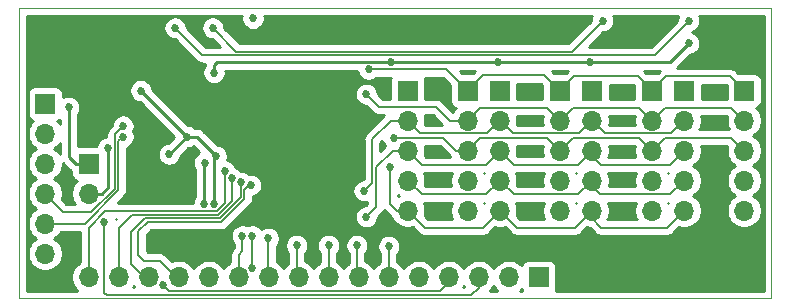
<source format=gbr>
G04 #@! TF.GenerationSoftware,KiCad,Pcbnew,5.1.10-88a1d61d58~88~ubuntu20.04.1*
G04 #@! TF.CreationDate,2021-05-20T13:34:08-04:00*
G04 #@! TF.ProjectId,hexdisplay16,68657864-6973-4706-9c61-7931362e6b69,rev?*
G04 #@! TF.SameCoordinates,Original*
G04 #@! TF.FileFunction,Copper,L2,Bot*
G04 #@! TF.FilePolarity,Positive*
%FSLAX46Y46*%
G04 Gerber Fmt 4.6, Leading zero omitted, Abs format (unit mm)*
G04 Created by KiCad (PCBNEW 5.1.10-88a1d61d58~88~ubuntu20.04.1) date 2021-05-20 13:34:08*
%MOMM*%
%LPD*%
G01*
G04 APERTURE LIST*
G04 #@! TA.AperFunction,Profile*
%ADD10C,0.050000*%
G04 #@! TD*
G04 #@! TA.AperFunction,ComponentPad*
%ADD11O,1.700000X1.700000*%
G04 #@! TD*
G04 #@! TA.AperFunction,ComponentPad*
%ADD12R,1.700000X1.700000*%
G04 #@! TD*
G04 #@! TA.AperFunction,ViaPad*
%ADD13C,0.685800*%
G04 #@! TD*
G04 #@! TA.AperFunction,Conductor*
%ADD14C,0.254000*%
G04 #@! TD*
G04 #@! TA.AperFunction,Conductor*
%ADD15C,0.152400*%
G04 #@! TD*
G04 #@! TA.AperFunction,NonConductor*
%ADD16C,0.254000*%
G04 #@! TD*
G04 #@! TA.AperFunction,NonConductor*
%ADD17C,0.100000*%
G04 #@! TD*
G04 APERTURE END LIST*
D10*
X139700000Y-141800000D02*
X76000000Y-141800000D01*
X139700000Y-117200000D02*
X76200000Y-117200000D01*
X139700000Y-125500000D02*
X139700000Y-141800000D01*
X139700000Y-117300000D02*
X139700000Y-117200000D01*
X139700000Y-125500000D02*
X139700000Y-117300000D01*
X76000000Y-117200000D02*
X76200000Y-117200000D01*
X76000000Y-141800000D02*
X76000000Y-117200000D01*
D11*
G04 #@! TO.P,J12,5*
G04 #@! TO.N,/CA4*
X137380000Y-134360000D03*
G04 #@! TO.P,J12,4*
G04 #@! TO.N,Net-(J12-Pad4)*
X137380000Y-131820000D03*
G04 #@! TO.P,J12,3*
G04 #@! TO.N,/C*
X137380000Y-129280000D03*
G04 #@! TO.P,J12,2*
G04 #@! TO.N,/B*
X137380000Y-126740000D03*
D12*
G04 #@! TO.P,J12,1*
G04 #@! TO.N,/A*
X137380000Y-124200000D03*
G04 #@! TD*
D11*
G04 #@! TO.P,J11,5*
G04 #@! TO.N,/D*
X132300000Y-134360000D03*
G04 #@! TO.P,J11,4*
G04 #@! TO.N,/E*
X132300000Y-131820000D03*
G04 #@! TO.P,J11,3*
G04 #@! TO.N,/G*
X132300000Y-129280000D03*
G04 #@! TO.P,J11,2*
G04 #@! TO.N,/F*
X132300000Y-126740000D03*
D12*
G04 #@! TO.P,J11,1*
G04 #@! TO.N,/CA4*
X132300000Y-124200000D03*
G04 #@! TD*
G04 #@! TO.P,J22,1*
G04 #@! TO.N,/A*
X129580000Y-124200000D03*
D11*
G04 #@! TO.P,J22,2*
G04 #@! TO.N,/B*
X129580000Y-126740000D03*
G04 #@! TO.P,J22,3*
G04 #@! TO.N,/C*
X129580000Y-129280000D03*
G04 #@! TO.P,J22,4*
G04 #@! TO.N,Net-(J22-Pad4)*
X129580000Y-131820000D03*
G04 #@! TO.P,J22,5*
G04 #@! TO.N,/CA3*
X129580000Y-134360000D03*
G04 #@! TD*
G04 #@! TO.P,J32,5*
G04 #@! TO.N,/CA2*
X121780000Y-134360000D03*
G04 #@! TO.P,J32,4*
G04 #@! TO.N,Net-(J32-Pad4)*
X121780000Y-131820000D03*
G04 #@! TO.P,J32,3*
G04 #@! TO.N,/C*
X121780000Y-129280000D03*
G04 #@! TO.P,J32,2*
G04 #@! TO.N,/B*
X121780000Y-126740000D03*
D12*
G04 #@! TO.P,J32,1*
G04 #@! TO.N,/A*
X121780000Y-124200000D03*
G04 #@! TD*
G04 #@! TO.P,J41,1*
G04 #@! TO.N,/CA1*
X108900000Y-124200000D03*
D11*
G04 #@! TO.P,J41,2*
G04 #@! TO.N,/F*
X108900000Y-126740000D03*
G04 #@! TO.P,J41,3*
G04 #@! TO.N,/G*
X108900000Y-129280000D03*
G04 #@! TO.P,J41,4*
G04 #@! TO.N,/E*
X108900000Y-131820000D03*
G04 #@! TO.P,J41,5*
G04 #@! TO.N,/D*
X108900000Y-134360000D03*
G04 #@! TD*
G04 #@! TO.P,J31,5*
G04 #@! TO.N,/D*
X116700000Y-134360000D03*
G04 #@! TO.P,J31,4*
G04 #@! TO.N,/E*
X116700000Y-131820000D03*
G04 #@! TO.P,J31,3*
G04 #@! TO.N,/G*
X116700000Y-129280000D03*
G04 #@! TO.P,J31,2*
G04 #@! TO.N,/F*
X116700000Y-126740000D03*
D12*
G04 #@! TO.P,J31,1*
G04 #@! TO.N,/CA2*
X116700000Y-124200000D03*
G04 #@! TD*
G04 #@! TO.P,J42,1*
G04 #@! TO.N,/A*
X113980000Y-124200000D03*
D11*
G04 #@! TO.P,J42,2*
G04 #@! TO.N,/B*
X113980000Y-126740000D03*
G04 #@! TO.P,J42,3*
G04 #@! TO.N,/C*
X113980000Y-129280000D03*
G04 #@! TO.P,J42,4*
G04 #@! TO.N,Net-(J42-Pad4)*
X113980000Y-131820000D03*
G04 #@! TO.P,J42,5*
G04 #@! TO.N,/CA1*
X113980000Y-134360000D03*
G04 #@! TD*
D12*
G04 #@! TO.P,J21,1*
G04 #@! TO.N,/CA3*
X124500000Y-124200000D03*
D11*
G04 #@! TO.P,J21,2*
G04 #@! TO.N,/F*
X124500000Y-126740000D03*
G04 #@! TO.P,J21,3*
G04 #@! TO.N,/G*
X124500000Y-129280000D03*
G04 #@! TO.P,J21,4*
G04 #@! TO.N,/E*
X124500000Y-131820000D03*
G04 #@! TO.P,J21,5*
G04 #@! TO.N,/D*
X124500000Y-134360000D03*
G04 #@! TD*
D12*
G04 #@! TO.P,J6,1*
G04 #@! TO.N,/D0*
X120000000Y-140000000D03*
D11*
G04 #@! TO.P,J6,2*
G04 #@! TO.N,/D1*
X117460000Y-140000000D03*
G04 #@! TO.P,J6,3*
G04 #@! TO.N,/D2*
X114920000Y-140000000D03*
G04 #@! TO.P,J6,4*
G04 #@! TO.N,/D3*
X112380000Y-140000000D03*
G04 #@! TO.P,J6,5*
G04 #@! TO.N,/D4*
X109840000Y-140000000D03*
G04 #@! TO.P,J6,6*
G04 #@! TO.N,/D5*
X107300000Y-140000000D03*
G04 #@! TO.P,J6,7*
G04 #@! TO.N,/D6*
X104760000Y-140000000D03*
G04 #@! TO.P,J6,8*
G04 #@! TO.N,/D7*
X102220000Y-140000000D03*
G04 #@! TO.P,J6,9*
G04 #@! TO.N,/D8*
X99680000Y-140000000D03*
G04 #@! TO.P,J6,10*
G04 #@! TO.N,/D9*
X97140000Y-140000000D03*
G04 #@! TO.P,J6,11*
G04 #@! TO.N,/D10*
X94600000Y-140000000D03*
G04 #@! TO.P,J6,12*
G04 #@! TO.N,/D11*
X92060000Y-140000000D03*
G04 #@! TO.P,J6,13*
G04 #@! TO.N,/D12*
X89520000Y-140000000D03*
G04 #@! TO.P,J6,14*
G04 #@! TO.N,/D13*
X86980000Y-140000000D03*
G04 #@! TO.P,J6,15*
G04 #@! TO.N,/D14*
X84440000Y-140000000D03*
G04 #@! TO.P,J6,16*
G04 #@! TO.N,/D15*
X81900000Y-140000000D03*
G04 #@! TD*
D12*
G04 #@! TO.P,J5,1*
G04 #@! TO.N,GND*
X81900000Y-130380000D03*
D11*
G04 #@! TO.P,J5,2*
G04 #@! TO.N,VCC*
X81900000Y-132920000D03*
G04 #@! TD*
D12*
G04 #@! TO.P,J7,1*
G04 #@! TO.N,GND*
X78200000Y-125300000D03*
D11*
G04 #@! TO.P,J7,2*
G04 #@! TO.N,VCC*
X78200000Y-127840000D03*
G04 #@! TO.P,J7,3*
G04 #@! TO.N,/MISO*
X78200000Y-130380000D03*
G04 #@! TO.P,J7,4*
G04 #@! TO.N,/SCK*
X78200000Y-132920000D03*
G04 #@! TO.P,J7,5*
G04 #@! TO.N,/~RESET*
X78200000Y-135460000D03*
G04 #@! TO.P,J7,6*
G04 #@! TO.N,/MOSI*
X78200000Y-138000000D03*
G04 #@! TD*
D13*
G04 #@! TO.N,VCC*
X83500000Y-129100000D03*
X92500000Y-122700000D03*
X91661797Y-133800000D03*
X91700000Y-130300000D03*
X107476310Y-121776310D03*
X132700000Y-120200000D03*
X124323690Y-121776310D03*
X116576310Y-121776310D03*
G04 #@! TO.N,GND*
X92700000Y-129777700D03*
X90221117Y-128098817D03*
X80200000Y-125600000D03*
X92500000Y-133800000D03*
X86300000Y-124200000D03*
X88700000Y-129600000D03*
G04 #@! TO.N,/F*
X105200000Y-132700000D03*
G04 #@! TO.N,/G*
X105400000Y-134900000D03*
G04 #@! TO.N,/C*
X107700000Y-128200000D03*
G04 #@! TO.N,/B*
X105400000Y-124500000D03*
G04 #@! TO.N,/D*
X107400000Y-130700000D03*
G04 #@! TO.N,/A*
X105600000Y-122400000D03*
G04 #@! TO.N,/D2*
X83219645Y-135319645D03*
G04 #@! TO.N,/D3*
X88200000Y-140670080D03*
G04 #@! TO.N,/D5*
X107300000Y-137400000D03*
G04 #@! TO.N,/D6*
X104600000Y-137300000D03*
G04 #@! TO.N,/D7*
X102200000Y-137300000D03*
G04 #@! TO.N,/D8*
X99500000Y-137300000D03*
G04 #@! TO.N,/D9*
X97100000Y-136700000D03*
G04 #@! TO.N,/D10*
X94900000Y-136500000D03*
G04 #@! TO.N,/D11*
X95738203Y-136500000D03*
X95700000Y-139200000D03*
G04 #@! TO.N,/D12*
X95594523Y-132208814D03*
G04 #@! TO.N,/D13*
X94754910Y-131977898D03*
G04 #@! TO.N,/D14*
X94006059Y-131601329D03*
G04 #@! TO.N,/D15*
X93400000Y-131022300D03*
G04 #@! TO.N,/SCK*
X84800000Y-127200000D03*
G04 #@! TO.N,/~RESET*
X84800000Y-128100000D03*
G04 #@! TO.N,Net-(Q2-Pad1)*
X95800000Y-118100000D03*
G04 #@! TO.N,Net-(Q3-Pad1)*
X92400000Y-118900000D03*
X125400000Y-118300000D03*
G04 #@! TO.N,Net-(Q4-Pad1)*
X89200000Y-118900000D03*
X132700000Y-118300000D03*
G04 #@! TD*
D14*
G04 #@! TO.N,VCC*
X81900000Y-132920000D02*
X82980000Y-132920000D01*
X83500000Y-132400000D02*
X83500000Y-129100000D01*
X82980000Y-132920000D02*
X83500000Y-132400000D01*
X92500000Y-122700000D02*
X92500000Y-122000000D01*
X92500000Y-122000000D02*
X92723690Y-121776310D01*
X91661797Y-130338203D02*
X91700000Y-130300000D01*
X91661797Y-133800000D02*
X91661797Y-130338203D01*
X92723690Y-121776310D02*
X107476310Y-121776310D01*
X131123690Y-121776310D02*
X132700000Y-120200000D01*
X124323690Y-121776310D02*
X131123690Y-121776310D01*
X116576310Y-121776310D02*
X124323690Y-121776310D01*
X107476310Y-121776310D02*
X116576310Y-121776310D01*
G04 #@! TO.N,GND*
X80200000Y-129800000D02*
X80200000Y-125600000D01*
X81900000Y-130380000D02*
X80780000Y-130380000D01*
X80780000Y-130380000D02*
X80200000Y-129800000D01*
X92700000Y-129777700D02*
X92700000Y-129800000D01*
X92500000Y-130000000D02*
X92500000Y-133800000D01*
X92700000Y-129800000D02*
X92500000Y-130000000D01*
X90198817Y-128098817D02*
X90221117Y-128098817D01*
X86300000Y-124200000D02*
X90198817Y-128098817D01*
X90201183Y-128098817D02*
X88700000Y-129600000D01*
X90221117Y-128098817D02*
X90201183Y-128098817D01*
X90221117Y-128098817D02*
X90698817Y-128098817D01*
X90698817Y-128098817D02*
X90700000Y-128100000D01*
X91022300Y-128100000D02*
X92700000Y-129777700D01*
X90700000Y-128100000D02*
X91022300Y-128100000D01*
D15*
G04 #@! TO.N,/F*
X105200000Y-132700000D02*
X105871501Y-132028499D01*
X105871501Y-132028499D02*
X105871501Y-128328499D01*
X107460000Y-126740000D02*
X108900000Y-126740000D01*
X105871501Y-128328499D02*
X107460000Y-126740000D01*
X115621399Y-127818601D02*
X116700000Y-126740000D01*
X109978601Y-127818601D02*
X115621399Y-127818601D01*
X108900000Y-126740000D02*
X109978601Y-127818601D01*
X123421399Y-127818601D02*
X124500000Y-126740000D01*
X117778601Y-127818601D02*
X123421399Y-127818601D01*
X116700000Y-126740000D02*
X117778601Y-127818601D01*
X131221399Y-127818601D02*
X132300000Y-126740000D01*
X125578601Y-127818601D02*
X131221399Y-127818601D01*
X124500000Y-126740000D02*
X125578601Y-127818601D01*
G04 #@! TO.N,/G*
X105400000Y-134900000D02*
X106200000Y-134100000D01*
X106200000Y-134100000D02*
X106200000Y-130700000D01*
X107620000Y-129280000D02*
X108900000Y-129280000D01*
X106200000Y-130700000D02*
X107620000Y-129280000D01*
X108900000Y-129280000D02*
X110120000Y-130500000D01*
X110120000Y-130500000D02*
X115500000Y-130500000D01*
X115500000Y-130480000D02*
X116700000Y-129280000D01*
X115500000Y-130500000D02*
X115500000Y-130480000D01*
X116700000Y-129280000D02*
X117900000Y-130480000D01*
X123300000Y-130480000D02*
X124500000Y-129280000D01*
X117900000Y-130480000D02*
X123300000Y-130480000D01*
X124500000Y-129280000D02*
X124500000Y-129700000D01*
X124500000Y-129700000D02*
X125300000Y-130500000D01*
X131080000Y-130500000D02*
X132300000Y-129280000D01*
X125300000Y-130500000D02*
X131080000Y-130500000D01*
G04 #@! TO.N,/C*
X107700000Y-128200000D02*
X111900000Y-128200000D01*
X112980000Y-129280000D02*
X113980000Y-129280000D01*
X111900000Y-128200000D02*
X112980000Y-129280000D01*
X113980000Y-129280000D02*
X115060000Y-128200000D01*
X120700000Y-128200000D02*
X121780000Y-129280000D01*
X115060000Y-128200000D02*
X120700000Y-128200000D01*
X121780000Y-129280000D02*
X122860000Y-128200000D01*
X128500000Y-128200000D02*
X129580000Y-129280000D01*
X122860000Y-128200000D02*
X128500000Y-128200000D01*
X129580000Y-129280000D02*
X130660000Y-128200000D01*
X136300000Y-128200000D02*
X137380000Y-129280000D01*
X130660000Y-128200000D02*
X136300000Y-128200000D01*
G04 #@! TO.N,/E*
X108900000Y-131820000D02*
X110080000Y-133000000D01*
X115520000Y-133000000D02*
X116700000Y-131820000D01*
X110080000Y-133000000D02*
X115520000Y-133000000D01*
X116700000Y-131820000D02*
X117880000Y-133000000D01*
X123320000Y-133000000D02*
X124500000Y-131820000D01*
X117880000Y-133000000D02*
X123320000Y-133000000D01*
X131120000Y-133000000D02*
X132300000Y-131820000D01*
X125200000Y-133000000D02*
X131120000Y-133000000D01*
X124500000Y-132300000D02*
X125200000Y-133000000D01*
X124500000Y-131820000D02*
X124500000Y-132300000D01*
G04 #@! TO.N,/B*
X112440000Y-126740000D02*
X113980000Y-126740000D01*
X111300000Y-125600000D02*
X112440000Y-126740000D01*
X106500000Y-125600000D02*
X111300000Y-125600000D01*
X105400000Y-124500000D02*
X106500000Y-125600000D01*
X120701399Y-125661399D02*
X121780000Y-126740000D01*
X115058601Y-125661399D02*
X120701399Y-125661399D01*
X113980000Y-126740000D02*
X115058601Y-125661399D01*
X128501399Y-125661399D02*
X129580000Y-126740000D01*
X122858601Y-125661399D02*
X128501399Y-125661399D01*
X121780000Y-126740000D02*
X122858601Y-125661399D01*
X136301399Y-125661399D02*
X137380000Y-126740000D01*
X130658601Y-125661399D02*
X136301399Y-125661399D01*
X129580000Y-126740000D02*
X130658601Y-125661399D01*
G04 #@! TO.N,/D*
X107400000Y-130700000D02*
X107400000Y-133800000D01*
X107960000Y-134360000D02*
X108900000Y-134360000D01*
X107400000Y-133800000D02*
X107960000Y-134360000D01*
X108900000Y-134360000D02*
X110340000Y-135800000D01*
X115260000Y-135800000D02*
X116700000Y-134360000D01*
X110340000Y-135800000D02*
X115260000Y-135800000D01*
X116700000Y-134360000D02*
X118140000Y-135800000D01*
X123060000Y-135800000D02*
X124500000Y-134360000D01*
X118140000Y-135800000D02*
X123060000Y-135800000D01*
X125300000Y-135800000D02*
X130860000Y-135800000D01*
X124500000Y-135000000D02*
X125300000Y-135800000D01*
X130860000Y-135800000D02*
X132300000Y-134360000D01*
X124500000Y-134360000D02*
X124500000Y-135000000D01*
G04 #@! TO.N,/A*
X112180000Y-122400000D02*
X113980000Y-124200000D01*
X105600000Y-122400000D02*
X112180000Y-122400000D01*
X113980000Y-124200000D02*
X115280000Y-122900000D01*
X120480000Y-122900000D02*
X121780000Y-124200000D01*
X115280000Y-122900000D02*
X120480000Y-122900000D01*
X121780000Y-124200000D02*
X122980000Y-123000000D01*
X128380000Y-123000000D02*
X129580000Y-124200000D01*
X122980000Y-123000000D02*
X128380000Y-123000000D01*
X129580000Y-124200000D02*
X129600000Y-124200000D01*
X129600000Y-124200000D02*
X130800000Y-123000000D01*
X136180000Y-123000000D02*
X137380000Y-124200000D01*
X130800000Y-123000000D02*
X136180000Y-123000000D01*
G04 #@! TO.N,/D2*
X114920000Y-140880000D02*
X114920000Y-140000000D01*
X114253610Y-141546390D02*
X114920000Y-140880000D01*
X83400000Y-141546390D02*
X114253610Y-141546390D01*
X83219645Y-141366035D02*
X83400000Y-141546390D01*
X83219645Y-135319645D02*
X83219645Y-141366035D01*
G04 #@! TO.N,/D3*
X112380000Y-140420000D02*
X112380000Y-140000000D01*
X111600000Y-141200000D02*
X112380000Y-140420000D01*
X88729920Y-141200000D02*
X111600000Y-141200000D01*
X88200000Y-140670080D02*
X88729920Y-141200000D01*
G04 #@! TO.N,/D5*
X107300000Y-137400000D02*
X107300000Y-140000000D01*
G04 #@! TO.N,/D6*
X104600000Y-139840000D02*
X104760000Y-140000000D01*
X104600000Y-137300000D02*
X104600000Y-139840000D01*
G04 #@! TO.N,/D7*
X102200000Y-139980000D02*
X102220000Y-140000000D01*
X102200000Y-137300000D02*
X102200000Y-139980000D01*
G04 #@! TO.N,/D8*
X99500000Y-139820000D02*
X99680000Y-140000000D01*
X99500000Y-137300000D02*
X99500000Y-139820000D01*
G04 #@! TO.N,/D9*
X97100000Y-139960000D02*
X97140000Y-140000000D01*
X97100000Y-137000000D02*
X97100000Y-139960000D01*
G04 #@! TO.N,/D10*
X94900000Y-136500000D02*
X94900000Y-137800000D01*
X94600000Y-138100000D02*
X94600000Y-140000000D01*
X94900000Y-137800000D02*
X94600000Y-138100000D01*
G04 #@! TO.N,/D11*
X95738203Y-136500000D02*
X95738203Y-138461797D01*
X95738203Y-139161797D02*
X95700000Y-139200000D01*
X95738203Y-138461797D02*
X95738203Y-139161797D01*
G04 #@! TO.N,/D12*
X86100000Y-138100000D02*
X86600000Y-138600000D01*
X86100000Y-136100000D02*
X86100000Y-138100000D01*
X87900000Y-138600000D02*
X89300000Y-140000000D01*
X86885570Y-135314430D02*
X86100000Y-136100000D01*
X86600000Y-138600000D02*
X87900000Y-138600000D01*
X93124590Y-135314430D02*
X86885570Y-135314430D01*
X95059719Y-133379301D02*
X93124590Y-135314430D01*
X89300000Y-140000000D02*
X89520000Y-140000000D01*
X95059720Y-132640280D02*
X95059719Y-133379301D01*
X95491186Y-132208814D02*
X95059720Y-132640280D01*
X95594523Y-132208814D02*
X95491186Y-132208814D01*
G04 #@! TO.N,/D13*
X86600000Y-140000000D02*
X86980000Y-140000000D01*
X85500000Y-138900000D02*
X86600000Y-140000000D01*
X85500000Y-136200000D02*
X85500000Y-138900000D01*
X86690380Y-135009620D02*
X85500000Y-136200000D01*
X92998334Y-135009620D02*
X86690380Y-135009620D01*
X94754910Y-133253044D02*
X92998334Y-135009620D01*
X94754910Y-131977898D02*
X94754910Y-133253044D01*
G04 #@! TO.N,/D14*
X94006059Y-133570829D02*
X92872078Y-134704810D01*
X94006059Y-131601329D02*
X94006059Y-133570829D01*
X92872078Y-134704810D02*
X85595190Y-134704810D01*
X84440000Y-135860000D02*
X84440000Y-140000000D01*
X85595190Y-134704810D02*
X84440000Y-135860000D01*
G04 #@! TO.N,/D15*
X93400000Y-133745822D02*
X92745822Y-134400000D01*
X93400000Y-131022300D02*
X93400000Y-133745822D01*
X92745822Y-134400000D02*
X83300000Y-134400000D01*
X81900000Y-135800000D02*
X81900000Y-140000000D01*
X83300000Y-134400000D02*
X81900000Y-135800000D01*
G04 #@! TO.N,/SCK*
X84100000Y-127900000D02*
X84800000Y-127200000D01*
X82100000Y-134500000D02*
X84100000Y-132500000D01*
X79700000Y-134500000D02*
X82100000Y-134500000D01*
X78200000Y-133000000D02*
X79700000Y-134500000D01*
X78200000Y-132920000D02*
X78200000Y-133000000D01*
X84100000Y-132500000D02*
X84100000Y-127900000D01*
G04 #@! TO.N,/~RESET*
X84800000Y-128100000D02*
X84404810Y-128495190D01*
X84404810Y-128495190D02*
X84404809Y-132626257D01*
X81571066Y-135460000D02*
X78200000Y-135460000D01*
X84404809Y-132626257D02*
X81571066Y-135460000D01*
G04 #@! TO.N,Net-(Q3-Pad1)*
X94400000Y-120900000D02*
X92400000Y-118900000D01*
X122800000Y-120900000D02*
X125400000Y-118300000D01*
X94400000Y-120900000D02*
X122800000Y-120900000D01*
G04 #@! TO.N,Net-(Q4-Pad1)*
X91500000Y-121200000D02*
X94000000Y-121200000D01*
X94000000Y-121200000D02*
X94004810Y-121204810D01*
X89200000Y-118900000D02*
X91500000Y-121200000D01*
X129795190Y-121204810D02*
X132700000Y-118300000D01*
X94004810Y-121204810D02*
X129795190Y-121204810D01*
G04 #@! TD*
D16*
X116306525Y-140946632D02*
X116499893Y-141140000D01*
X115880107Y-141140000D01*
X116073475Y-140946632D01*
X116190000Y-140772240D01*
X116306525Y-140946632D01*
G04 #@! TA.AperFunction,NonConductor*
D17*
G36*
X116306525Y-140946632D02*
G01*
X116499893Y-141140000D01*
X115880107Y-141140000D01*
X116073475Y-140946632D01*
X116190000Y-140772240D01*
X116306525Y-140946632D01*
G37*
G04 #@! TD.AperFunction*
D16*
X94822100Y-118003685D02*
X94822100Y-118196315D01*
X94859680Y-118385243D01*
X94933396Y-118563210D01*
X95040415Y-118723375D01*
X95176625Y-118859585D01*
X95336790Y-118966604D01*
X95514757Y-119040320D01*
X95703685Y-119077900D01*
X95896315Y-119077900D01*
X96085243Y-119040320D01*
X96263210Y-118966604D01*
X96423375Y-118859585D01*
X96559585Y-118723375D01*
X96666604Y-118563210D01*
X96740320Y-118385243D01*
X96777900Y-118196315D01*
X96777900Y-118003685D01*
X96749319Y-117860000D01*
X124523782Y-117860000D01*
X124459680Y-118014757D01*
X124422100Y-118203685D01*
X124422100Y-118272111D01*
X122505413Y-120188800D01*
X94694588Y-120188800D01*
X93377900Y-118872113D01*
X93377900Y-118803685D01*
X93340320Y-118614757D01*
X93266604Y-118436790D01*
X93159585Y-118276625D01*
X93023375Y-118140415D01*
X92863210Y-118033396D01*
X92685243Y-117959680D01*
X92496315Y-117922100D01*
X92303685Y-117922100D01*
X92114757Y-117959680D01*
X91936790Y-118033396D01*
X91776625Y-118140415D01*
X91640415Y-118276625D01*
X91533396Y-118436790D01*
X91459680Y-118614757D01*
X91422100Y-118803685D01*
X91422100Y-118996315D01*
X91459680Y-119185243D01*
X91533396Y-119363210D01*
X91640415Y-119523375D01*
X91776625Y-119659585D01*
X91936790Y-119766604D01*
X92114757Y-119840320D01*
X92303685Y-119877900D01*
X92372113Y-119877900D01*
X92983012Y-120488800D01*
X91794588Y-120488800D01*
X90177900Y-118872113D01*
X90177900Y-118803685D01*
X90140320Y-118614757D01*
X90066604Y-118436790D01*
X89959585Y-118276625D01*
X89823375Y-118140415D01*
X89663210Y-118033396D01*
X89485243Y-117959680D01*
X89296315Y-117922100D01*
X89103685Y-117922100D01*
X88914757Y-117959680D01*
X88736790Y-118033396D01*
X88576625Y-118140415D01*
X88440415Y-118276625D01*
X88333396Y-118436790D01*
X88259680Y-118614757D01*
X88222100Y-118803685D01*
X88222100Y-118996315D01*
X88259680Y-119185243D01*
X88333396Y-119363210D01*
X88440415Y-119523375D01*
X88576625Y-119659585D01*
X88736790Y-119766604D01*
X88914757Y-119840320D01*
X89103685Y-119877900D01*
X89172113Y-119877900D01*
X90972402Y-121678190D01*
X90994673Y-121705327D01*
X91102967Y-121794202D01*
X91226519Y-121860242D01*
X91360580Y-121900909D01*
X91465064Y-121911200D01*
X91465073Y-121911200D01*
X91499999Y-121914640D01*
X91534925Y-121911200D01*
X91743060Y-121911200D01*
X91738000Y-121962574D01*
X91734314Y-122000000D01*
X91738000Y-122037423D01*
X91738000Y-122080239D01*
X91633396Y-122236790D01*
X91559680Y-122414757D01*
X91522100Y-122603685D01*
X91522100Y-122796315D01*
X91559680Y-122985243D01*
X91633396Y-123163210D01*
X91740415Y-123323375D01*
X91876625Y-123459585D01*
X92036790Y-123566604D01*
X92214757Y-123640320D01*
X92403685Y-123677900D01*
X92596315Y-123677900D01*
X92785243Y-123640320D01*
X92963210Y-123566604D01*
X93123375Y-123459585D01*
X93259585Y-123323375D01*
X93366604Y-123163210D01*
X93440320Y-122985243D01*
X93477900Y-122796315D01*
X93477900Y-122603685D01*
X93464896Y-122538310D01*
X104630453Y-122538310D01*
X104659680Y-122685243D01*
X104733396Y-122863210D01*
X104840415Y-123023375D01*
X104976625Y-123159585D01*
X105136790Y-123266604D01*
X105314757Y-123340320D01*
X105503685Y-123377900D01*
X105696315Y-123377900D01*
X105885243Y-123340320D01*
X106063210Y-123266604D01*
X106223375Y-123159585D01*
X106271760Y-123111200D01*
X107458866Y-123111200D01*
X107424188Y-123225518D01*
X107411928Y-123350000D01*
X107411928Y-124888800D01*
X106794588Y-124888800D01*
X106377900Y-124472113D01*
X106377900Y-124403685D01*
X106340320Y-124214757D01*
X106266604Y-124036790D01*
X106159585Y-123876625D01*
X106023375Y-123740415D01*
X105863210Y-123633396D01*
X105685243Y-123559680D01*
X105496315Y-123522100D01*
X105303685Y-123522100D01*
X105114757Y-123559680D01*
X104936790Y-123633396D01*
X104776625Y-123740415D01*
X104640415Y-123876625D01*
X104533396Y-124036790D01*
X104459680Y-124214757D01*
X104422100Y-124403685D01*
X104422100Y-124596315D01*
X104459680Y-124785243D01*
X104533396Y-124963210D01*
X104640415Y-125123375D01*
X104776625Y-125259585D01*
X104936790Y-125366604D01*
X105114757Y-125440320D01*
X105303685Y-125477900D01*
X105372113Y-125477900D01*
X105972402Y-126078190D01*
X105994673Y-126105327D01*
X106102967Y-126194202D01*
X106226519Y-126260242D01*
X106360580Y-126300909D01*
X106465064Y-126311200D01*
X106465071Y-126311200D01*
X106500000Y-126314640D01*
X106534928Y-126311200D01*
X106883012Y-126311200D01*
X105393311Y-127800902D01*
X105366175Y-127823172D01*
X105343905Y-127850308D01*
X105343904Y-127850309D01*
X105277299Y-127931467D01*
X105239330Y-128002502D01*
X105211260Y-128055018D01*
X105197974Y-128098818D01*
X105170593Y-128189080D01*
X105156861Y-128328499D01*
X105160302Y-128363435D01*
X105160301Y-131722100D01*
X105103685Y-131722100D01*
X104914757Y-131759680D01*
X104736790Y-131833396D01*
X104576625Y-131940415D01*
X104440415Y-132076625D01*
X104333396Y-132236790D01*
X104259680Y-132414757D01*
X104222100Y-132603685D01*
X104222100Y-132796315D01*
X104259680Y-132985243D01*
X104333396Y-133163210D01*
X104440415Y-133323375D01*
X104576625Y-133459585D01*
X104736790Y-133566604D01*
X104914757Y-133640320D01*
X105103685Y-133677900D01*
X105296315Y-133677900D01*
X105485243Y-133640320D01*
X105488800Y-133638847D01*
X105488800Y-133805412D01*
X105372112Y-133922100D01*
X105303685Y-133922100D01*
X105114757Y-133959680D01*
X104936790Y-134033396D01*
X104776625Y-134140415D01*
X104640415Y-134276625D01*
X104533396Y-134436790D01*
X104459680Y-134614757D01*
X104422100Y-134803685D01*
X104422100Y-134996315D01*
X104459680Y-135185243D01*
X104533396Y-135363210D01*
X104640415Y-135523375D01*
X104776625Y-135659585D01*
X104936790Y-135766604D01*
X105114757Y-135840320D01*
X105303685Y-135877900D01*
X105496315Y-135877900D01*
X105685243Y-135840320D01*
X105863210Y-135766604D01*
X106023375Y-135659585D01*
X106159585Y-135523375D01*
X106266604Y-135363210D01*
X106340320Y-135185243D01*
X106377900Y-134996315D01*
X106377900Y-134927888D01*
X106678195Y-134627593D01*
X106705326Y-134605327D01*
X106727593Y-134578195D01*
X106727597Y-134578191D01*
X106794202Y-134497033D01*
X106795463Y-134494673D01*
X106860242Y-134373481D01*
X106884629Y-134293087D01*
X106894674Y-134305327D01*
X106921809Y-134327596D01*
X107432407Y-134838195D01*
X107454673Y-134865327D01*
X107481804Y-134887593D01*
X107481809Y-134887598D01*
X107526315Y-134924123D01*
X107584010Y-135063411D01*
X107746525Y-135306632D01*
X107953368Y-135513475D01*
X108196589Y-135675990D01*
X108466842Y-135787932D01*
X108753740Y-135845000D01*
X109046260Y-135845000D01*
X109323971Y-135789759D01*
X109812407Y-136278196D01*
X109834673Y-136305327D01*
X109861804Y-136327593D01*
X109861809Y-136327598D01*
X109934919Y-136387597D01*
X109942967Y-136394202D01*
X110066519Y-136460242D01*
X110200580Y-136500909D01*
X110305064Y-136511200D01*
X110305071Y-136511200D01*
X110340000Y-136514640D01*
X110374928Y-136511200D01*
X115225074Y-136511200D01*
X115260000Y-136514640D01*
X115294926Y-136511200D01*
X115294936Y-136511200D01*
X115399420Y-136500909D01*
X115533481Y-136460242D01*
X115657033Y-136394202D01*
X115765327Y-136305327D01*
X115787602Y-136278186D01*
X116276028Y-135789759D01*
X116553740Y-135845000D01*
X116846260Y-135845000D01*
X117123971Y-135789759D01*
X117612407Y-136278196D01*
X117634673Y-136305327D01*
X117661804Y-136327593D01*
X117661809Y-136327598D01*
X117734919Y-136387597D01*
X117742967Y-136394202D01*
X117866519Y-136460242D01*
X118000580Y-136500909D01*
X118105064Y-136511200D01*
X118105071Y-136511200D01*
X118140000Y-136514640D01*
X118174928Y-136511200D01*
X123025074Y-136511200D01*
X123060000Y-136514640D01*
X123094926Y-136511200D01*
X123094936Y-136511200D01*
X123199420Y-136500909D01*
X123333481Y-136460242D01*
X123457033Y-136394202D01*
X123565327Y-136305327D01*
X123587602Y-136278186D01*
X124076028Y-135789759D01*
X124335605Y-135841393D01*
X124772402Y-136278190D01*
X124794673Y-136305327D01*
X124902967Y-136394202D01*
X125026519Y-136460242D01*
X125160580Y-136500909D01*
X125265064Y-136511200D01*
X125265071Y-136511200D01*
X125300000Y-136514640D01*
X125334928Y-136511200D01*
X130825074Y-136511200D01*
X130860000Y-136514640D01*
X130894926Y-136511200D01*
X130894936Y-136511200D01*
X130999420Y-136500909D01*
X131133481Y-136460242D01*
X131257033Y-136394202D01*
X131365327Y-136305327D01*
X131387602Y-136278186D01*
X131876028Y-135789759D01*
X132153740Y-135845000D01*
X132446260Y-135845000D01*
X132733158Y-135787932D01*
X133003411Y-135675990D01*
X133246632Y-135513475D01*
X133453475Y-135306632D01*
X133615990Y-135063411D01*
X133727932Y-134793158D01*
X133785000Y-134506260D01*
X133785000Y-134213740D01*
X133727932Y-133926842D01*
X133615990Y-133656589D01*
X133453475Y-133413368D01*
X133246632Y-133206525D01*
X133072240Y-133090000D01*
X133246632Y-132973475D01*
X133453475Y-132766632D01*
X133615990Y-132523411D01*
X133727932Y-132253158D01*
X133785000Y-131966260D01*
X133785000Y-131673740D01*
X133727932Y-131386842D01*
X133615990Y-131116589D01*
X133453475Y-130873368D01*
X133246632Y-130666525D01*
X133072240Y-130550000D01*
X133246632Y-130433475D01*
X133453475Y-130226632D01*
X133615990Y-129983411D01*
X133727932Y-129713158D01*
X133785000Y-129426260D01*
X133785000Y-129133740D01*
X133740734Y-128911200D01*
X135939266Y-128911200D01*
X135895000Y-129133740D01*
X135895000Y-129426260D01*
X135952068Y-129713158D01*
X136064010Y-129983411D01*
X136226525Y-130226632D01*
X136433368Y-130433475D01*
X136607760Y-130550000D01*
X136433368Y-130666525D01*
X136226525Y-130873368D01*
X136064010Y-131116589D01*
X135952068Y-131386842D01*
X135895000Y-131673740D01*
X135895000Y-131966260D01*
X135952068Y-132253158D01*
X136064010Y-132523411D01*
X136226525Y-132766632D01*
X136433368Y-132973475D01*
X136607760Y-133090000D01*
X136433368Y-133206525D01*
X136226525Y-133413368D01*
X136064010Y-133656589D01*
X135952068Y-133926842D01*
X135895000Y-134213740D01*
X135895000Y-134506260D01*
X135952068Y-134793158D01*
X136064010Y-135063411D01*
X136226525Y-135306632D01*
X136433368Y-135513475D01*
X136676589Y-135675990D01*
X136946842Y-135787932D01*
X137233740Y-135845000D01*
X137526260Y-135845000D01*
X137813158Y-135787932D01*
X138083411Y-135675990D01*
X138326632Y-135513475D01*
X138533475Y-135306632D01*
X138695990Y-135063411D01*
X138807932Y-134793158D01*
X138865000Y-134506260D01*
X138865000Y-134213740D01*
X138807932Y-133926842D01*
X138695990Y-133656589D01*
X138533475Y-133413368D01*
X138326632Y-133206525D01*
X138152240Y-133090000D01*
X138326632Y-132973475D01*
X138533475Y-132766632D01*
X138695990Y-132523411D01*
X138807932Y-132253158D01*
X138865000Y-131966260D01*
X138865000Y-131673740D01*
X138807932Y-131386842D01*
X138695990Y-131116589D01*
X138533475Y-130873368D01*
X138326632Y-130666525D01*
X138152240Y-130550000D01*
X138326632Y-130433475D01*
X138533475Y-130226632D01*
X138695990Y-129983411D01*
X138807932Y-129713158D01*
X138865000Y-129426260D01*
X138865000Y-129133740D01*
X138807932Y-128846842D01*
X138695990Y-128576589D01*
X138533475Y-128333368D01*
X138326632Y-128126525D01*
X138152240Y-128010000D01*
X138326632Y-127893475D01*
X138533475Y-127686632D01*
X138695990Y-127443411D01*
X138807932Y-127173158D01*
X138865000Y-126886260D01*
X138865000Y-126593740D01*
X138807932Y-126306842D01*
X138695990Y-126036589D01*
X138533475Y-125793368D01*
X138401620Y-125661513D01*
X138474180Y-125639502D01*
X138584494Y-125580537D01*
X138681185Y-125501185D01*
X138760537Y-125404494D01*
X138819502Y-125294180D01*
X138855812Y-125174482D01*
X138868072Y-125050000D01*
X138868072Y-123350000D01*
X138855812Y-123225518D01*
X138819502Y-123105820D01*
X138760537Y-122995506D01*
X138681185Y-122898815D01*
X138584494Y-122819463D01*
X138474180Y-122760498D01*
X138354482Y-122724188D01*
X138230000Y-122711928D01*
X136897715Y-122711928D01*
X136707601Y-122521814D01*
X136685327Y-122494673D01*
X136577033Y-122405798D01*
X136453481Y-122339758D01*
X136319420Y-122299091D01*
X136214936Y-122288800D01*
X136214926Y-122288800D01*
X136180000Y-122285360D01*
X136145074Y-122288800D01*
X131688856Y-122288800D01*
X131688974Y-122288656D01*
X132800579Y-121177052D01*
X132985243Y-121140320D01*
X133163210Y-121066604D01*
X133323375Y-120959585D01*
X133459585Y-120823375D01*
X133566604Y-120663210D01*
X133640320Y-120485243D01*
X133677900Y-120296315D01*
X133677900Y-120103685D01*
X133640320Y-119914757D01*
X133566604Y-119736790D01*
X133459585Y-119576625D01*
X133323375Y-119440415D01*
X133163210Y-119333396D01*
X132985243Y-119259680D01*
X132936578Y-119250000D01*
X132985243Y-119240320D01*
X133163210Y-119166604D01*
X133323375Y-119059585D01*
X133459585Y-118923375D01*
X133566604Y-118763210D01*
X133640320Y-118585243D01*
X133677900Y-118396315D01*
X133677900Y-118203685D01*
X133640320Y-118014757D01*
X133576218Y-117860000D01*
X139040001Y-117860000D01*
X139040000Y-125467581D01*
X139040000Y-125467582D01*
X139040001Y-141140000D01*
X121415010Y-141140000D01*
X121439502Y-141094180D01*
X121475812Y-140974482D01*
X121488072Y-140850000D01*
X121488072Y-139150000D01*
X121475812Y-139025518D01*
X121439502Y-138905820D01*
X121380537Y-138795506D01*
X121301185Y-138698815D01*
X121204494Y-138619463D01*
X121094180Y-138560498D01*
X120974482Y-138524188D01*
X120850000Y-138511928D01*
X119150000Y-138511928D01*
X119025518Y-138524188D01*
X118905820Y-138560498D01*
X118795506Y-138619463D01*
X118698815Y-138698815D01*
X118619463Y-138795506D01*
X118560498Y-138905820D01*
X118538487Y-138978380D01*
X118406632Y-138846525D01*
X118163411Y-138684010D01*
X117893158Y-138572068D01*
X117606260Y-138515000D01*
X117313740Y-138515000D01*
X117026842Y-138572068D01*
X116756589Y-138684010D01*
X116513368Y-138846525D01*
X116306525Y-139053368D01*
X116190000Y-139227760D01*
X116073475Y-139053368D01*
X115866632Y-138846525D01*
X115623411Y-138684010D01*
X115353158Y-138572068D01*
X115066260Y-138515000D01*
X114773740Y-138515000D01*
X114486842Y-138572068D01*
X114216589Y-138684010D01*
X113973368Y-138846525D01*
X113766525Y-139053368D01*
X113650000Y-139227760D01*
X113533475Y-139053368D01*
X113326632Y-138846525D01*
X113083411Y-138684010D01*
X112813158Y-138572068D01*
X112526260Y-138515000D01*
X112233740Y-138515000D01*
X111946842Y-138572068D01*
X111676589Y-138684010D01*
X111433368Y-138846525D01*
X111226525Y-139053368D01*
X111110000Y-139227760D01*
X110993475Y-139053368D01*
X110786632Y-138846525D01*
X110543411Y-138684010D01*
X110273158Y-138572068D01*
X109986260Y-138515000D01*
X109693740Y-138515000D01*
X109406842Y-138572068D01*
X109136589Y-138684010D01*
X108893368Y-138846525D01*
X108686525Y-139053368D01*
X108570000Y-139227760D01*
X108453475Y-139053368D01*
X108246632Y-138846525D01*
X108011200Y-138689214D01*
X108011200Y-138071760D01*
X108059585Y-138023375D01*
X108166604Y-137863210D01*
X108240320Y-137685243D01*
X108277900Y-137496315D01*
X108277900Y-137303685D01*
X108240320Y-137114757D01*
X108166604Y-136936790D01*
X108059585Y-136776625D01*
X107923375Y-136640415D01*
X107763210Y-136533396D01*
X107585243Y-136459680D01*
X107396315Y-136422100D01*
X107203685Y-136422100D01*
X107014757Y-136459680D01*
X106836790Y-136533396D01*
X106676625Y-136640415D01*
X106540415Y-136776625D01*
X106433396Y-136936790D01*
X106359680Y-137114757D01*
X106322100Y-137303685D01*
X106322100Y-137496315D01*
X106359680Y-137685243D01*
X106433396Y-137863210D01*
X106540415Y-138023375D01*
X106588800Y-138071760D01*
X106588800Y-138689214D01*
X106353368Y-138846525D01*
X106146525Y-139053368D01*
X106030000Y-139227760D01*
X105913475Y-139053368D01*
X105706632Y-138846525D01*
X105463411Y-138684010D01*
X105311200Y-138620962D01*
X105311200Y-137971760D01*
X105359585Y-137923375D01*
X105466604Y-137763210D01*
X105540320Y-137585243D01*
X105577900Y-137396315D01*
X105577900Y-137203685D01*
X105540320Y-137014757D01*
X105466604Y-136836790D01*
X105359585Y-136676625D01*
X105223375Y-136540415D01*
X105063210Y-136433396D01*
X104885243Y-136359680D01*
X104696315Y-136322100D01*
X104503685Y-136322100D01*
X104314757Y-136359680D01*
X104136790Y-136433396D01*
X103976625Y-136540415D01*
X103840415Y-136676625D01*
X103733396Y-136836790D01*
X103659680Y-137014757D01*
X103622100Y-137203685D01*
X103622100Y-137396315D01*
X103659680Y-137585243D01*
X103733396Y-137763210D01*
X103840415Y-137923375D01*
X103888800Y-137971760D01*
X103888801Y-138796123D01*
X103813368Y-138846525D01*
X103606525Y-139053368D01*
X103490000Y-139227760D01*
X103373475Y-139053368D01*
X103166632Y-138846525D01*
X102923411Y-138684010D01*
X102911200Y-138678952D01*
X102911200Y-137971760D01*
X102959585Y-137923375D01*
X103066604Y-137763210D01*
X103140320Y-137585243D01*
X103177900Y-137396315D01*
X103177900Y-137203685D01*
X103140320Y-137014757D01*
X103066604Y-136836790D01*
X102959585Y-136676625D01*
X102823375Y-136540415D01*
X102663210Y-136433396D01*
X102485243Y-136359680D01*
X102296315Y-136322100D01*
X102103685Y-136322100D01*
X101914757Y-136359680D01*
X101736790Y-136433396D01*
X101576625Y-136540415D01*
X101440415Y-136676625D01*
X101333396Y-136836790D01*
X101259680Y-137014757D01*
X101222100Y-137203685D01*
X101222100Y-137396315D01*
X101259680Y-137585243D01*
X101333396Y-137763210D01*
X101440415Y-137923375D01*
X101488800Y-137971760D01*
X101488801Y-138702578D01*
X101273368Y-138846525D01*
X101066525Y-139053368D01*
X100950000Y-139227760D01*
X100833475Y-139053368D01*
X100626632Y-138846525D01*
X100383411Y-138684010D01*
X100211200Y-138612678D01*
X100211200Y-137971760D01*
X100259585Y-137923375D01*
X100366604Y-137763210D01*
X100440320Y-137585243D01*
X100477900Y-137396315D01*
X100477900Y-137203685D01*
X100440320Y-137014757D01*
X100366604Y-136836790D01*
X100259585Y-136676625D01*
X100123375Y-136540415D01*
X99963210Y-136433396D01*
X99785243Y-136359680D01*
X99596315Y-136322100D01*
X99403685Y-136322100D01*
X99214757Y-136359680D01*
X99036790Y-136433396D01*
X98876625Y-136540415D01*
X98740415Y-136676625D01*
X98633396Y-136836790D01*
X98559680Y-137014757D01*
X98522100Y-137203685D01*
X98522100Y-137396315D01*
X98559680Y-137585243D01*
X98633396Y-137763210D01*
X98740415Y-137923375D01*
X98788800Y-137971760D01*
X98788801Y-138809486D01*
X98733368Y-138846525D01*
X98526525Y-139053368D01*
X98410000Y-139227760D01*
X98293475Y-139053368D01*
X98086632Y-138846525D01*
X97843411Y-138684010D01*
X97811200Y-138670668D01*
X97811200Y-137371760D01*
X97859585Y-137323375D01*
X97966604Y-137163210D01*
X98040320Y-136985243D01*
X98077900Y-136796315D01*
X98077900Y-136603685D01*
X98040320Y-136414757D01*
X97966604Y-136236790D01*
X97859585Y-136076625D01*
X97723375Y-135940415D01*
X97563210Y-135833396D01*
X97385243Y-135759680D01*
X97196315Y-135722100D01*
X97003685Y-135722100D01*
X96814757Y-135759680D01*
X96636790Y-135833396D01*
X96520723Y-135910950D01*
X96497788Y-135876625D01*
X96361578Y-135740415D01*
X96201413Y-135633396D01*
X96023446Y-135559680D01*
X95834518Y-135522100D01*
X95641888Y-135522100D01*
X95452960Y-135559680D01*
X95319102Y-135615126D01*
X95185243Y-135559680D01*
X94996315Y-135522100D01*
X94803685Y-135522100D01*
X94614757Y-135559680D01*
X94436790Y-135633396D01*
X94276625Y-135740415D01*
X94140415Y-135876625D01*
X94033396Y-136036790D01*
X93959680Y-136214757D01*
X93922100Y-136403685D01*
X93922100Y-136596315D01*
X93959680Y-136785243D01*
X94033396Y-136963210D01*
X94140415Y-137123375D01*
X94188801Y-137171761D01*
X94188801Y-137505412D01*
X94121811Y-137572402D01*
X94094673Y-137594674D01*
X94005798Y-137702968D01*
X93939758Y-137826520D01*
X93899091Y-137960581D01*
X93888800Y-138065065D01*
X93888800Y-138065074D01*
X93885360Y-138100000D01*
X93888800Y-138134926D01*
X93888800Y-138689214D01*
X93653368Y-138846525D01*
X93446525Y-139053368D01*
X93330000Y-139227760D01*
X93213475Y-139053368D01*
X93006632Y-138846525D01*
X92763411Y-138684010D01*
X92493158Y-138572068D01*
X92206260Y-138515000D01*
X91913740Y-138515000D01*
X91626842Y-138572068D01*
X91356589Y-138684010D01*
X91113368Y-138846525D01*
X90906525Y-139053368D01*
X90790000Y-139227760D01*
X90673475Y-139053368D01*
X90466632Y-138846525D01*
X90223411Y-138684010D01*
X89953158Y-138572068D01*
X89666260Y-138515000D01*
X89373740Y-138515000D01*
X89086842Y-138572068D01*
X88939066Y-138633279D01*
X88427602Y-138121815D01*
X88405327Y-138094673D01*
X88297033Y-138005798D01*
X88173481Y-137939758D01*
X88039420Y-137899091D01*
X87934936Y-137888800D01*
X87934926Y-137888800D01*
X87900000Y-137885360D01*
X87865074Y-137888800D01*
X86894588Y-137888800D01*
X86811200Y-137805413D01*
X86811200Y-136394588D01*
X87180158Y-136025630D01*
X93089664Y-136025630D01*
X93124590Y-136029070D01*
X93159516Y-136025630D01*
X93159526Y-136025630D01*
X93264010Y-136015339D01*
X93398071Y-135974672D01*
X93521623Y-135908632D01*
X93629917Y-135819757D01*
X93652192Y-135792615D01*
X95537920Y-133906889D01*
X95565045Y-133884628D01*
X95587306Y-133857503D01*
X95587317Y-133857492D01*
X95653921Y-133776334D01*
X95719961Y-133652783D01*
X95760628Y-133518721D01*
X95774359Y-133379301D01*
X95770918Y-133344364D01*
X95770919Y-133170785D01*
X95879766Y-133149134D01*
X96057733Y-133075418D01*
X96217898Y-132968399D01*
X96354108Y-132832189D01*
X96461127Y-132672024D01*
X96534843Y-132494057D01*
X96572423Y-132305129D01*
X96572423Y-132112499D01*
X96534843Y-131923571D01*
X96461127Y-131745604D01*
X96354108Y-131585439D01*
X96217898Y-131449229D01*
X96057733Y-131342210D01*
X95879766Y-131268494D01*
X95690838Y-131230914D01*
X95498208Y-131230914D01*
X95408692Y-131248720D01*
X95378285Y-131218313D01*
X95218120Y-131111294D01*
X95040153Y-131037578D01*
X94851225Y-130999998D01*
X94780373Y-130999998D01*
X94765644Y-130977954D01*
X94629434Y-130841744D01*
X94469269Y-130734725D01*
X94312448Y-130669768D01*
X94266604Y-130559090D01*
X94159585Y-130398925D01*
X94023375Y-130262715D01*
X93863210Y-130155696D01*
X93685243Y-130081980D01*
X93636454Y-130072275D01*
X93640320Y-130062943D01*
X93677900Y-129874015D01*
X93677900Y-129681385D01*
X93640320Y-129492457D01*
X93566604Y-129314490D01*
X93459585Y-129154325D01*
X93323375Y-129018115D01*
X93163210Y-128911096D01*
X92985243Y-128837380D01*
X92800579Y-128800648D01*
X91587584Y-127587654D01*
X91563722Y-127558578D01*
X91447692Y-127463355D01*
X91315315Y-127392598D01*
X91171678Y-127349026D01*
X91059726Y-127338000D01*
X91059723Y-127338000D01*
X91022300Y-127334314D01*
X90984877Y-127338000D01*
X90842648Y-127338000D01*
X90684327Y-127232213D01*
X90506360Y-127158497D01*
X90317432Y-127120917D01*
X90298548Y-127120917D01*
X87277052Y-124099422D01*
X87240320Y-123914757D01*
X87166604Y-123736790D01*
X87059585Y-123576625D01*
X86923375Y-123440415D01*
X86763210Y-123333396D01*
X86585243Y-123259680D01*
X86396315Y-123222100D01*
X86203685Y-123222100D01*
X86014757Y-123259680D01*
X85836790Y-123333396D01*
X85676625Y-123440415D01*
X85540415Y-123576625D01*
X85433396Y-123736790D01*
X85359680Y-123914757D01*
X85322100Y-124103685D01*
X85322100Y-124296315D01*
X85359680Y-124485243D01*
X85433396Y-124663210D01*
X85540415Y-124823375D01*
X85676625Y-124959585D01*
X85836790Y-125066604D01*
X86014757Y-125140320D01*
X86199422Y-125177052D01*
X89122369Y-128100000D01*
X88599422Y-128622948D01*
X88414757Y-128659680D01*
X88236790Y-128733396D01*
X88076625Y-128840415D01*
X87940415Y-128976625D01*
X87833396Y-129136790D01*
X87759680Y-129314757D01*
X87722100Y-129503685D01*
X87722100Y-129696315D01*
X87759680Y-129885243D01*
X87833396Y-130063210D01*
X87940415Y-130223375D01*
X88076625Y-130359585D01*
X88236790Y-130466604D01*
X88414757Y-130540320D01*
X88603685Y-130577900D01*
X88796315Y-130577900D01*
X88985243Y-130540320D01*
X89163210Y-130466604D01*
X89323375Y-130359585D01*
X89459585Y-130223375D01*
X89566604Y-130063210D01*
X89640320Y-129885243D01*
X89677052Y-129700578D01*
X90300914Y-129076717D01*
X90317432Y-129076717D01*
X90506360Y-129039137D01*
X90684327Y-128965421D01*
X90759717Y-128915047D01*
X91265976Y-129421307D01*
X91236790Y-129433396D01*
X91076625Y-129540415D01*
X90940415Y-129676625D01*
X90833396Y-129836790D01*
X90759680Y-130014757D01*
X90722100Y-130203685D01*
X90722100Y-130396315D01*
X90759680Y-130585243D01*
X90833396Y-130763210D01*
X90899798Y-130862587D01*
X90899797Y-133180239D01*
X90795193Y-133336790D01*
X90721477Y-133514757D01*
X90686858Y-133688800D01*
X84348054Y-133688800D01*
X84883004Y-133153850D01*
X84910135Y-133131584D01*
X84932401Y-133104453D01*
X84932406Y-133104448D01*
X84999011Y-133023290D01*
X85065051Y-132899739D01*
X85105718Y-132765677D01*
X85119449Y-132626257D01*
X85116008Y-132591319D01*
X85116010Y-129027576D01*
X85263210Y-128966604D01*
X85423375Y-128859585D01*
X85559585Y-128723375D01*
X85666604Y-128563210D01*
X85740320Y-128385243D01*
X85777900Y-128196315D01*
X85777900Y-128003685D01*
X85740320Y-127814757D01*
X85672076Y-127650000D01*
X85740320Y-127485243D01*
X85777900Y-127296315D01*
X85777900Y-127103685D01*
X85740320Y-126914757D01*
X85666604Y-126736790D01*
X85559585Y-126576625D01*
X85423375Y-126440415D01*
X85263210Y-126333396D01*
X85085243Y-126259680D01*
X84896315Y-126222100D01*
X84703685Y-126222100D01*
X84514757Y-126259680D01*
X84336790Y-126333396D01*
X84176625Y-126440415D01*
X84040415Y-126576625D01*
X83933396Y-126736790D01*
X83859680Y-126914757D01*
X83822100Y-127103685D01*
X83822100Y-127172112D01*
X83621810Y-127372403D01*
X83594674Y-127394673D01*
X83572404Y-127421809D01*
X83572403Y-127421810D01*
X83505798Y-127502968D01*
X83466428Y-127576625D01*
X83439759Y-127626519D01*
X83416569Y-127702968D01*
X83399092Y-127760581D01*
X83385360Y-127900000D01*
X83388801Y-127934936D01*
X83388801Y-128125061D01*
X83214757Y-128159680D01*
X83036790Y-128233396D01*
X82876625Y-128340415D01*
X82740415Y-128476625D01*
X82633396Y-128636790D01*
X82559680Y-128814757D01*
X82544330Y-128891928D01*
X81050000Y-128891928D01*
X80962000Y-128900595D01*
X80962000Y-126219761D01*
X81066604Y-126063210D01*
X81140320Y-125885243D01*
X81177900Y-125696315D01*
X81177900Y-125503685D01*
X81140320Y-125314757D01*
X81066604Y-125136790D01*
X80959585Y-124976625D01*
X80823375Y-124840415D01*
X80663210Y-124733396D01*
X80485243Y-124659680D01*
X80296315Y-124622100D01*
X80103685Y-124622100D01*
X79914757Y-124659680D01*
X79736790Y-124733396D01*
X79688072Y-124765948D01*
X79688072Y-124450000D01*
X79675812Y-124325518D01*
X79639502Y-124205820D01*
X79580537Y-124095506D01*
X79501185Y-123998815D01*
X79404494Y-123919463D01*
X79294180Y-123860498D01*
X79174482Y-123824188D01*
X79050000Y-123811928D01*
X77350000Y-123811928D01*
X77225518Y-123824188D01*
X77105820Y-123860498D01*
X76995506Y-123919463D01*
X76898815Y-123998815D01*
X76819463Y-124095506D01*
X76760498Y-124205820D01*
X76724188Y-124325518D01*
X76711928Y-124450000D01*
X76711928Y-126150000D01*
X76724188Y-126274482D01*
X76760498Y-126394180D01*
X76819463Y-126504494D01*
X76898815Y-126601185D01*
X76995506Y-126680537D01*
X77105820Y-126739502D01*
X77178380Y-126761513D01*
X77046525Y-126893368D01*
X76884010Y-127136589D01*
X76772068Y-127406842D01*
X76715000Y-127693740D01*
X76715000Y-127986260D01*
X76772068Y-128273158D01*
X76884010Y-128543411D01*
X77046525Y-128786632D01*
X77253368Y-128993475D01*
X77427760Y-129110000D01*
X77253368Y-129226525D01*
X77046525Y-129433368D01*
X76884010Y-129676589D01*
X76772068Y-129946842D01*
X76715000Y-130233740D01*
X76715000Y-130526260D01*
X76772068Y-130813158D01*
X76884010Y-131083411D01*
X77046525Y-131326632D01*
X77253368Y-131533475D01*
X77427760Y-131650000D01*
X77253368Y-131766525D01*
X77046525Y-131973368D01*
X76884010Y-132216589D01*
X76772068Y-132486842D01*
X76715000Y-132773740D01*
X76715000Y-133066260D01*
X76772068Y-133353158D01*
X76884010Y-133623411D01*
X77046525Y-133866632D01*
X77253368Y-134073475D01*
X77427760Y-134190000D01*
X77253368Y-134306525D01*
X77046525Y-134513368D01*
X76884010Y-134756589D01*
X76772068Y-135026842D01*
X76715000Y-135313740D01*
X76715000Y-135606260D01*
X76772068Y-135893158D01*
X76884010Y-136163411D01*
X77046525Y-136406632D01*
X77253368Y-136613475D01*
X77427760Y-136730000D01*
X77253368Y-136846525D01*
X77046525Y-137053368D01*
X76884010Y-137296589D01*
X76772068Y-137566842D01*
X76715000Y-137853740D01*
X76715000Y-138146260D01*
X76772068Y-138433158D01*
X76884010Y-138703411D01*
X77046525Y-138946632D01*
X77253368Y-139153475D01*
X77496589Y-139315990D01*
X77766842Y-139427932D01*
X78053740Y-139485000D01*
X78346260Y-139485000D01*
X78633158Y-139427932D01*
X78903411Y-139315990D01*
X79146632Y-139153475D01*
X79353475Y-138946632D01*
X79515990Y-138703411D01*
X79627932Y-138433158D01*
X79685000Y-138146260D01*
X79685000Y-137853740D01*
X79627932Y-137566842D01*
X79515990Y-137296589D01*
X79353475Y-137053368D01*
X79146632Y-136846525D01*
X78972240Y-136730000D01*
X79146632Y-136613475D01*
X79353475Y-136406632D01*
X79510786Y-136171200D01*
X81188800Y-136171200D01*
X81188801Y-138689214D01*
X80953368Y-138846525D01*
X80746525Y-139053368D01*
X80584010Y-139296589D01*
X80472068Y-139566842D01*
X80415000Y-139853740D01*
X80415000Y-140146260D01*
X80472068Y-140433158D01*
X80584010Y-140703411D01*
X80746525Y-140946632D01*
X80939893Y-141140000D01*
X76660000Y-141140000D01*
X76660000Y-117860000D01*
X94850681Y-117860000D01*
X94822100Y-118003685D01*
G04 #@! TA.AperFunction,NonConductor*
D17*
G36*
X94822100Y-118003685D02*
G01*
X94822100Y-118196315D01*
X94859680Y-118385243D01*
X94933396Y-118563210D01*
X95040415Y-118723375D01*
X95176625Y-118859585D01*
X95336790Y-118966604D01*
X95514757Y-119040320D01*
X95703685Y-119077900D01*
X95896315Y-119077900D01*
X96085243Y-119040320D01*
X96263210Y-118966604D01*
X96423375Y-118859585D01*
X96559585Y-118723375D01*
X96666604Y-118563210D01*
X96740320Y-118385243D01*
X96777900Y-118196315D01*
X96777900Y-118003685D01*
X96749319Y-117860000D01*
X124523782Y-117860000D01*
X124459680Y-118014757D01*
X124422100Y-118203685D01*
X124422100Y-118272111D01*
X122505413Y-120188800D01*
X94694588Y-120188800D01*
X93377900Y-118872113D01*
X93377900Y-118803685D01*
X93340320Y-118614757D01*
X93266604Y-118436790D01*
X93159585Y-118276625D01*
X93023375Y-118140415D01*
X92863210Y-118033396D01*
X92685243Y-117959680D01*
X92496315Y-117922100D01*
X92303685Y-117922100D01*
X92114757Y-117959680D01*
X91936790Y-118033396D01*
X91776625Y-118140415D01*
X91640415Y-118276625D01*
X91533396Y-118436790D01*
X91459680Y-118614757D01*
X91422100Y-118803685D01*
X91422100Y-118996315D01*
X91459680Y-119185243D01*
X91533396Y-119363210D01*
X91640415Y-119523375D01*
X91776625Y-119659585D01*
X91936790Y-119766604D01*
X92114757Y-119840320D01*
X92303685Y-119877900D01*
X92372113Y-119877900D01*
X92983012Y-120488800D01*
X91794588Y-120488800D01*
X90177900Y-118872113D01*
X90177900Y-118803685D01*
X90140320Y-118614757D01*
X90066604Y-118436790D01*
X89959585Y-118276625D01*
X89823375Y-118140415D01*
X89663210Y-118033396D01*
X89485243Y-117959680D01*
X89296315Y-117922100D01*
X89103685Y-117922100D01*
X88914757Y-117959680D01*
X88736790Y-118033396D01*
X88576625Y-118140415D01*
X88440415Y-118276625D01*
X88333396Y-118436790D01*
X88259680Y-118614757D01*
X88222100Y-118803685D01*
X88222100Y-118996315D01*
X88259680Y-119185243D01*
X88333396Y-119363210D01*
X88440415Y-119523375D01*
X88576625Y-119659585D01*
X88736790Y-119766604D01*
X88914757Y-119840320D01*
X89103685Y-119877900D01*
X89172113Y-119877900D01*
X90972402Y-121678190D01*
X90994673Y-121705327D01*
X91102967Y-121794202D01*
X91226519Y-121860242D01*
X91360580Y-121900909D01*
X91465064Y-121911200D01*
X91465073Y-121911200D01*
X91499999Y-121914640D01*
X91534925Y-121911200D01*
X91743060Y-121911200D01*
X91738000Y-121962574D01*
X91734314Y-122000000D01*
X91738000Y-122037423D01*
X91738000Y-122080239D01*
X91633396Y-122236790D01*
X91559680Y-122414757D01*
X91522100Y-122603685D01*
X91522100Y-122796315D01*
X91559680Y-122985243D01*
X91633396Y-123163210D01*
X91740415Y-123323375D01*
X91876625Y-123459585D01*
X92036790Y-123566604D01*
X92214757Y-123640320D01*
X92403685Y-123677900D01*
X92596315Y-123677900D01*
X92785243Y-123640320D01*
X92963210Y-123566604D01*
X93123375Y-123459585D01*
X93259585Y-123323375D01*
X93366604Y-123163210D01*
X93440320Y-122985243D01*
X93477900Y-122796315D01*
X93477900Y-122603685D01*
X93464896Y-122538310D01*
X104630453Y-122538310D01*
X104659680Y-122685243D01*
X104733396Y-122863210D01*
X104840415Y-123023375D01*
X104976625Y-123159585D01*
X105136790Y-123266604D01*
X105314757Y-123340320D01*
X105503685Y-123377900D01*
X105696315Y-123377900D01*
X105885243Y-123340320D01*
X106063210Y-123266604D01*
X106223375Y-123159585D01*
X106271760Y-123111200D01*
X107458866Y-123111200D01*
X107424188Y-123225518D01*
X107411928Y-123350000D01*
X107411928Y-124888800D01*
X106794588Y-124888800D01*
X106377900Y-124472113D01*
X106377900Y-124403685D01*
X106340320Y-124214757D01*
X106266604Y-124036790D01*
X106159585Y-123876625D01*
X106023375Y-123740415D01*
X105863210Y-123633396D01*
X105685243Y-123559680D01*
X105496315Y-123522100D01*
X105303685Y-123522100D01*
X105114757Y-123559680D01*
X104936790Y-123633396D01*
X104776625Y-123740415D01*
X104640415Y-123876625D01*
X104533396Y-124036790D01*
X104459680Y-124214757D01*
X104422100Y-124403685D01*
X104422100Y-124596315D01*
X104459680Y-124785243D01*
X104533396Y-124963210D01*
X104640415Y-125123375D01*
X104776625Y-125259585D01*
X104936790Y-125366604D01*
X105114757Y-125440320D01*
X105303685Y-125477900D01*
X105372113Y-125477900D01*
X105972402Y-126078190D01*
X105994673Y-126105327D01*
X106102967Y-126194202D01*
X106226519Y-126260242D01*
X106360580Y-126300909D01*
X106465064Y-126311200D01*
X106465071Y-126311200D01*
X106500000Y-126314640D01*
X106534928Y-126311200D01*
X106883012Y-126311200D01*
X105393311Y-127800902D01*
X105366175Y-127823172D01*
X105343905Y-127850308D01*
X105343904Y-127850309D01*
X105277299Y-127931467D01*
X105239330Y-128002502D01*
X105211260Y-128055018D01*
X105197974Y-128098818D01*
X105170593Y-128189080D01*
X105156861Y-128328499D01*
X105160302Y-128363435D01*
X105160301Y-131722100D01*
X105103685Y-131722100D01*
X104914757Y-131759680D01*
X104736790Y-131833396D01*
X104576625Y-131940415D01*
X104440415Y-132076625D01*
X104333396Y-132236790D01*
X104259680Y-132414757D01*
X104222100Y-132603685D01*
X104222100Y-132796315D01*
X104259680Y-132985243D01*
X104333396Y-133163210D01*
X104440415Y-133323375D01*
X104576625Y-133459585D01*
X104736790Y-133566604D01*
X104914757Y-133640320D01*
X105103685Y-133677900D01*
X105296315Y-133677900D01*
X105485243Y-133640320D01*
X105488800Y-133638847D01*
X105488800Y-133805412D01*
X105372112Y-133922100D01*
X105303685Y-133922100D01*
X105114757Y-133959680D01*
X104936790Y-134033396D01*
X104776625Y-134140415D01*
X104640415Y-134276625D01*
X104533396Y-134436790D01*
X104459680Y-134614757D01*
X104422100Y-134803685D01*
X104422100Y-134996315D01*
X104459680Y-135185243D01*
X104533396Y-135363210D01*
X104640415Y-135523375D01*
X104776625Y-135659585D01*
X104936790Y-135766604D01*
X105114757Y-135840320D01*
X105303685Y-135877900D01*
X105496315Y-135877900D01*
X105685243Y-135840320D01*
X105863210Y-135766604D01*
X106023375Y-135659585D01*
X106159585Y-135523375D01*
X106266604Y-135363210D01*
X106340320Y-135185243D01*
X106377900Y-134996315D01*
X106377900Y-134927888D01*
X106678195Y-134627593D01*
X106705326Y-134605327D01*
X106727593Y-134578195D01*
X106727597Y-134578191D01*
X106794202Y-134497033D01*
X106795463Y-134494673D01*
X106860242Y-134373481D01*
X106884629Y-134293087D01*
X106894674Y-134305327D01*
X106921809Y-134327596D01*
X107432407Y-134838195D01*
X107454673Y-134865327D01*
X107481804Y-134887593D01*
X107481809Y-134887598D01*
X107526315Y-134924123D01*
X107584010Y-135063411D01*
X107746525Y-135306632D01*
X107953368Y-135513475D01*
X108196589Y-135675990D01*
X108466842Y-135787932D01*
X108753740Y-135845000D01*
X109046260Y-135845000D01*
X109323971Y-135789759D01*
X109812407Y-136278196D01*
X109834673Y-136305327D01*
X109861804Y-136327593D01*
X109861809Y-136327598D01*
X109934919Y-136387597D01*
X109942967Y-136394202D01*
X110066519Y-136460242D01*
X110200580Y-136500909D01*
X110305064Y-136511200D01*
X110305071Y-136511200D01*
X110340000Y-136514640D01*
X110374928Y-136511200D01*
X115225074Y-136511200D01*
X115260000Y-136514640D01*
X115294926Y-136511200D01*
X115294936Y-136511200D01*
X115399420Y-136500909D01*
X115533481Y-136460242D01*
X115657033Y-136394202D01*
X115765327Y-136305327D01*
X115787602Y-136278186D01*
X116276028Y-135789759D01*
X116553740Y-135845000D01*
X116846260Y-135845000D01*
X117123971Y-135789759D01*
X117612407Y-136278196D01*
X117634673Y-136305327D01*
X117661804Y-136327593D01*
X117661809Y-136327598D01*
X117734919Y-136387597D01*
X117742967Y-136394202D01*
X117866519Y-136460242D01*
X118000580Y-136500909D01*
X118105064Y-136511200D01*
X118105071Y-136511200D01*
X118140000Y-136514640D01*
X118174928Y-136511200D01*
X123025074Y-136511200D01*
X123060000Y-136514640D01*
X123094926Y-136511200D01*
X123094936Y-136511200D01*
X123199420Y-136500909D01*
X123333481Y-136460242D01*
X123457033Y-136394202D01*
X123565327Y-136305327D01*
X123587602Y-136278186D01*
X124076028Y-135789759D01*
X124335605Y-135841393D01*
X124772402Y-136278190D01*
X124794673Y-136305327D01*
X124902967Y-136394202D01*
X125026519Y-136460242D01*
X125160580Y-136500909D01*
X125265064Y-136511200D01*
X125265071Y-136511200D01*
X125300000Y-136514640D01*
X125334928Y-136511200D01*
X130825074Y-136511200D01*
X130860000Y-136514640D01*
X130894926Y-136511200D01*
X130894936Y-136511200D01*
X130999420Y-136500909D01*
X131133481Y-136460242D01*
X131257033Y-136394202D01*
X131365327Y-136305327D01*
X131387602Y-136278186D01*
X131876028Y-135789759D01*
X132153740Y-135845000D01*
X132446260Y-135845000D01*
X132733158Y-135787932D01*
X133003411Y-135675990D01*
X133246632Y-135513475D01*
X133453475Y-135306632D01*
X133615990Y-135063411D01*
X133727932Y-134793158D01*
X133785000Y-134506260D01*
X133785000Y-134213740D01*
X133727932Y-133926842D01*
X133615990Y-133656589D01*
X133453475Y-133413368D01*
X133246632Y-133206525D01*
X133072240Y-133090000D01*
X133246632Y-132973475D01*
X133453475Y-132766632D01*
X133615990Y-132523411D01*
X133727932Y-132253158D01*
X133785000Y-131966260D01*
X133785000Y-131673740D01*
X133727932Y-131386842D01*
X133615990Y-131116589D01*
X133453475Y-130873368D01*
X133246632Y-130666525D01*
X133072240Y-130550000D01*
X133246632Y-130433475D01*
X133453475Y-130226632D01*
X133615990Y-129983411D01*
X133727932Y-129713158D01*
X133785000Y-129426260D01*
X133785000Y-129133740D01*
X133740734Y-128911200D01*
X135939266Y-128911200D01*
X135895000Y-129133740D01*
X135895000Y-129426260D01*
X135952068Y-129713158D01*
X136064010Y-129983411D01*
X136226525Y-130226632D01*
X136433368Y-130433475D01*
X136607760Y-130550000D01*
X136433368Y-130666525D01*
X136226525Y-130873368D01*
X136064010Y-131116589D01*
X135952068Y-131386842D01*
X135895000Y-131673740D01*
X135895000Y-131966260D01*
X135952068Y-132253158D01*
X136064010Y-132523411D01*
X136226525Y-132766632D01*
X136433368Y-132973475D01*
X136607760Y-133090000D01*
X136433368Y-133206525D01*
X136226525Y-133413368D01*
X136064010Y-133656589D01*
X135952068Y-133926842D01*
X135895000Y-134213740D01*
X135895000Y-134506260D01*
X135952068Y-134793158D01*
X136064010Y-135063411D01*
X136226525Y-135306632D01*
X136433368Y-135513475D01*
X136676589Y-135675990D01*
X136946842Y-135787932D01*
X137233740Y-135845000D01*
X137526260Y-135845000D01*
X137813158Y-135787932D01*
X138083411Y-135675990D01*
X138326632Y-135513475D01*
X138533475Y-135306632D01*
X138695990Y-135063411D01*
X138807932Y-134793158D01*
X138865000Y-134506260D01*
X138865000Y-134213740D01*
X138807932Y-133926842D01*
X138695990Y-133656589D01*
X138533475Y-133413368D01*
X138326632Y-133206525D01*
X138152240Y-133090000D01*
X138326632Y-132973475D01*
X138533475Y-132766632D01*
X138695990Y-132523411D01*
X138807932Y-132253158D01*
X138865000Y-131966260D01*
X138865000Y-131673740D01*
X138807932Y-131386842D01*
X138695990Y-131116589D01*
X138533475Y-130873368D01*
X138326632Y-130666525D01*
X138152240Y-130550000D01*
X138326632Y-130433475D01*
X138533475Y-130226632D01*
X138695990Y-129983411D01*
X138807932Y-129713158D01*
X138865000Y-129426260D01*
X138865000Y-129133740D01*
X138807932Y-128846842D01*
X138695990Y-128576589D01*
X138533475Y-128333368D01*
X138326632Y-128126525D01*
X138152240Y-128010000D01*
X138326632Y-127893475D01*
X138533475Y-127686632D01*
X138695990Y-127443411D01*
X138807932Y-127173158D01*
X138865000Y-126886260D01*
X138865000Y-126593740D01*
X138807932Y-126306842D01*
X138695990Y-126036589D01*
X138533475Y-125793368D01*
X138401620Y-125661513D01*
X138474180Y-125639502D01*
X138584494Y-125580537D01*
X138681185Y-125501185D01*
X138760537Y-125404494D01*
X138819502Y-125294180D01*
X138855812Y-125174482D01*
X138868072Y-125050000D01*
X138868072Y-123350000D01*
X138855812Y-123225518D01*
X138819502Y-123105820D01*
X138760537Y-122995506D01*
X138681185Y-122898815D01*
X138584494Y-122819463D01*
X138474180Y-122760498D01*
X138354482Y-122724188D01*
X138230000Y-122711928D01*
X136897715Y-122711928D01*
X136707601Y-122521814D01*
X136685327Y-122494673D01*
X136577033Y-122405798D01*
X136453481Y-122339758D01*
X136319420Y-122299091D01*
X136214936Y-122288800D01*
X136214926Y-122288800D01*
X136180000Y-122285360D01*
X136145074Y-122288800D01*
X131688856Y-122288800D01*
X131688974Y-122288656D01*
X132800579Y-121177052D01*
X132985243Y-121140320D01*
X133163210Y-121066604D01*
X133323375Y-120959585D01*
X133459585Y-120823375D01*
X133566604Y-120663210D01*
X133640320Y-120485243D01*
X133677900Y-120296315D01*
X133677900Y-120103685D01*
X133640320Y-119914757D01*
X133566604Y-119736790D01*
X133459585Y-119576625D01*
X133323375Y-119440415D01*
X133163210Y-119333396D01*
X132985243Y-119259680D01*
X132936578Y-119250000D01*
X132985243Y-119240320D01*
X133163210Y-119166604D01*
X133323375Y-119059585D01*
X133459585Y-118923375D01*
X133566604Y-118763210D01*
X133640320Y-118585243D01*
X133677900Y-118396315D01*
X133677900Y-118203685D01*
X133640320Y-118014757D01*
X133576218Y-117860000D01*
X139040001Y-117860000D01*
X139040000Y-125467581D01*
X139040000Y-125467582D01*
X139040001Y-141140000D01*
X121415010Y-141140000D01*
X121439502Y-141094180D01*
X121475812Y-140974482D01*
X121488072Y-140850000D01*
X121488072Y-139150000D01*
X121475812Y-139025518D01*
X121439502Y-138905820D01*
X121380537Y-138795506D01*
X121301185Y-138698815D01*
X121204494Y-138619463D01*
X121094180Y-138560498D01*
X120974482Y-138524188D01*
X120850000Y-138511928D01*
X119150000Y-138511928D01*
X119025518Y-138524188D01*
X118905820Y-138560498D01*
X118795506Y-138619463D01*
X118698815Y-138698815D01*
X118619463Y-138795506D01*
X118560498Y-138905820D01*
X118538487Y-138978380D01*
X118406632Y-138846525D01*
X118163411Y-138684010D01*
X117893158Y-138572068D01*
X117606260Y-138515000D01*
X117313740Y-138515000D01*
X117026842Y-138572068D01*
X116756589Y-138684010D01*
X116513368Y-138846525D01*
X116306525Y-139053368D01*
X116190000Y-139227760D01*
X116073475Y-139053368D01*
X115866632Y-138846525D01*
X115623411Y-138684010D01*
X115353158Y-138572068D01*
X115066260Y-138515000D01*
X114773740Y-138515000D01*
X114486842Y-138572068D01*
X114216589Y-138684010D01*
X113973368Y-138846525D01*
X113766525Y-139053368D01*
X113650000Y-139227760D01*
X113533475Y-139053368D01*
X113326632Y-138846525D01*
X113083411Y-138684010D01*
X112813158Y-138572068D01*
X112526260Y-138515000D01*
X112233740Y-138515000D01*
X111946842Y-138572068D01*
X111676589Y-138684010D01*
X111433368Y-138846525D01*
X111226525Y-139053368D01*
X111110000Y-139227760D01*
X110993475Y-139053368D01*
X110786632Y-138846525D01*
X110543411Y-138684010D01*
X110273158Y-138572068D01*
X109986260Y-138515000D01*
X109693740Y-138515000D01*
X109406842Y-138572068D01*
X109136589Y-138684010D01*
X108893368Y-138846525D01*
X108686525Y-139053368D01*
X108570000Y-139227760D01*
X108453475Y-139053368D01*
X108246632Y-138846525D01*
X108011200Y-138689214D01*
X108011200Y-138071760D01*
X108059585Y-138023375D01*
X108166604Y-137863210D01*
X108240320Y-137685243D01*
X108277900Y-137496315D01*
X108277900Y-137303685D01*
X108240320Y-137114757D01*
X108166604Y-136936790D01*
X108059585Y-136776625D01*
X107923375Y-136640415D01*
X107763210Y-136533396D01*
X107585243Y-136459680D01*
X107396315Y-136422100D01*
X107203685Y-136422100D01*
X107014757Y-136459680D01*
X106836790Y-136533396D01*
X106676625Y-136640415D01*
X106540415Y-136776625D01*
X106433396Y-136936790D01*
X106359680Y-137114757D01*
X106322100Y-137303685D01*
X106322100Y-137496315D01*
X106359680Y-137685243D01*
X106433396Y-137863210D01*
X106540415Y-138023375D01*
X106588800Y-138071760D01*
X106588800Y-138689214D01*
X106353368Y-138846525D01*
X106146525Y-139053368D01*
X106030000Y-139227760D01*
X105913475Y-139053368D01*
X105706632Y-138846525D01*
X105463411Y-138684010D01*
X105311200Y-138620962D01*
X105311200Y-137971760D01*
X105359585Y-137923375D01*
X105466604Y-137763210D01*
X105540320Y-137585243D01*
X105577900Y-137396315D01*
X105577900Y-137203685D01*
X105540320Y-137014757D01*
X105466604Y-136836790D01*
X105359585Y-136676625D01*
X105223375Y-136540415D01*
X105063210Y-136433396D01*
X104885243Y-136359680D01*
X104696315Y-136322100D01*
X104503685Y-136322100D01*
X104314757Y-136359680D01*
X104136790Y-136433396D01*
X103976625Y-136540415D01*
X103840415Y-136676625D01*
X103733396Y-136836790D01*
X103659680Y-137014757D01*
X103622100Y-137203685D01*
X103622100Y-137396315D01*
X103659680Y-137585243D01*
X103733396Y-137763210D01*
X103840415Y-137923375D01*
X103888800Y-137971760D01*
X103888801Y-138796123D01*
X103813368Y-138846525D01*
X103606525Y-139053368D01*
X103490000Y-139227760D01*
X103373475Y-139053368D01*
X103166632Y-138846525D01*
X102923411Y-138684010D01*
X102911200Y-138678952D01*
X102911200Y-137971760D01*
X102959585Y-137923375D01*
X103066604Y-137763210D01*
X103140320Y-137585243D01*
X103177900Y-137396315D01*
X103177900Y-137203685D01*
X103140320Y-137014757D01*
X103066604Y-136836790D01*
X102959585Y-136676625D01*
X102823375Y-136540415D01*
X102663210Y-136433396D01*
X102485243Y-136359680D01*
X102296315Y-136322100D01*
X102103685Y-136322100D01*
X101914757Y-136359680D01*
X101736790Y-136433396D01*
X101576625Y-136540415D01*
X101440415Y-136676625D01*
X101333396Y-136836790D01*
X101259680Y-137014757D01*
X101222100Y-137203685D01*
X101222100Y-137396315D01*
X101259680Y-137585243D01*
X101333396Y-137763210D01*
X101440415Y-137923375D01*
X101488800Y-137971760D01*
X101488801Y-138702578D01*
X101273368Y-138846525D01*
X101066525Y-139053368D01*
X100950000Y-139227760D01*
X100833475Y-139053368D01*
X100626632Y-138846525D01*
X100383411Y-138684010D01*
X100211200Y-138612678D01*
X100211200Y-137971760D01*
X100259585Y-137923375D01*
X100366604Y-137763210D01*
X100440320Y-137585243D01*
X100477900Y-137396315D01*
X100477900Y-137203685D01*
X100440320Y-137014757D01*
X100366604Y-136836790D01*
X100259585Y-136676625D01*
X100123375Y-136540415D01*
X99963210Y-136433396D01*
X99785243Y-136359680D01*
X99596315Y-136322100D01*
X99403685Y-136322100D01*
X99214757Y-136359680D01*
X99036790Y-136433396D01*
X98876625Y-136540415D01*
X98740415Y-136676625D01*
X98633396Y-136836790D01*
X98559680Y-137014757D01*
X98522100Y-137203685D01*
X98522100Y-137396315D01*
X98559680Y-137585243D01*
X98633396Y-137763210D01*
X98740415Y-137923375D01*
X98788800Y-137971760D01*
X98788801Y-138809486D01*
X98733368Y-138846525D01*
X98526525Y-139053368D01*
X98410000Y-139227760D01*
X98293475Y-139053368D01*
X98086632Y-138846525D01*
X97843411Y-138684010D01*
X97811200Y-138670668D01*
X97811200Y-137371760D01*
X97859585Y-137323375D01*
X97966604Y-137163210D01*
X98040320Y-136985243D01*
X98077900Y-136796315D01*
X98077900Y-136603685D01*
X98040320Y-136414757D01*
X97966604Y-136236790D01*
X97859585Y-136076625D01*
X97723375Y-135940415D01*
X97563210Y-135833396D01*
X97385243Y-135759680D01*
X97196315Y-135722100D01*
X97003685Y-135722100D01*
X96814757Y-135759680D01*
X96636790Y-135833396D01*
X96520723Y-135910950D01*
X96497788Y-135876625D01*
X96361578Y-135740415D01*
X96201413Y-135633396D01*
X96023446Y-135559680D01*
X95834518Y-135522100D01*
X95641888Y-135522100D01*
X95452960Y-135559680D01*
X95319102Y-135615126D01*
X95185243Y-135559680D01*
X94996315Y-135522100D01*
X94803685Y-135522100D01*
X94614757Y-135559680D01*
X94436790Y-135633396D01*
X94276625Y-135740415D01*
X94140415Y-135876625D01*
X94033396Y-136036790D01*
X93959680Y-136214757D01*
X93922100Y-136403685D01*
X93922100Y-136596315D01*
X93959680Y-136785243D01*
X94033396Y-136963210D01*
X94140415Y-137123375D01*
X94188801Y-137171761D01*
X94188801Y-137505412D01*
X94121811Y-137572402D01*
X94094673Y-137594674D01*
X94005798Y-137702968D01*
X93939758Y-137826520D01*
X93899091Y-137960581D01*
X93888800Y-138065065D01*
X93888800Y-138065074D01*
X93885360Y-138100000D01*
X93888800Y-138134926D01*
X93888800Y-138689214D01*
X93653368Y-138846525D01*
X93446525Y-139053368D01*
X93330000Y-139227760D01*
X93213475Y-139053368D01*
X93006632Y-138846525D01*
X92763411Y-138684010D01*
X92493158Y-138572068D01*
X92206260Y-138515000D01*
X91913740Y-138515000D01*
X91626842Y-138572068D01*
X91356589Y-138684010D01*
X91113368Y-138846525D01*
X90906525Y-139053368D01*
X90790000Y-139227760D01*
X90673475Y-139053368D01*
X90466632Y-138846525D01*
X90223411Y-138684010D01*
X89953158Y-138572068D01*
X89666260Y-138515000D01*
X89373740Y-138515000D01*
X89086842Y-138572068D01*
X88939066Y-138633279D01*
X88427602Y-138121815D01*
X88405327Y-138094673D01*
X88297033Y-138005798D01*
X88173481Y-137939758D01*
X88039420Y-137899091D01*
X87934936Y-137888800D01*
X87934926Y-137888800D01*
X87900000Y-137885360D01*
X87865074Y-137888800D01*
X86894588Y-137888800D01*
X86811200Y-137805413D01*
X86811200Y-136394588D01*
X87180158Y-136025630D01*
X93089664Y-136025630D01*
X93124590Y-136029070D01*
X93159516Y-136025630D01*
X93159526Y-136025630D01*
X93264010Y-136015339D01*
X93398071Y-135974672D01*
X93521623Y-135908632D01*
X93629917Y-135819757D01*
X93652192Y-135792615D01*
X95537920Y-133906889D01*
X95565045Y-133884628D01*
X95587306Y-133857503D01*
X95587317Y-133857492D01*
X95653921Y-133776334D01*
X95719961Y-133652783D01*
X95760628Y-133518721D01*
X95774359Y-133379301D01*
X95770918Y-133344364D01*
X95770919Y-133170785D01*
X95879766Y-133149134D01*
X96057733Y-133075418D01*
X96217898Y-132968399D01*
X96354108Y-132832189D01*
X96461127Y-132672024D01*
X96534843Y-132494057D01*
X96572423Y-132305129D01*
X96572423Y-132112499D01*
X96534843Y-131923571D01*
X96461127Y-131745604D01*
X96354108Y-131585439D01*
X96217898Y-131449229D01*
X96057733Y-131342210D01*
X95879766Y-131268494D01*
X95690838Y-131230914D01*
X95498208Y-131230914D01*
X95408692Y-131248720D01*
X95378285Y-131218313D01*
X95218120Y-131111294D01*
X95040153Y-131037578D01*
X94851225Y-130999998D01*
X94780373Y-130999998D01*
X94765644Y-130977954D01*
X94629434Y-130841744D01*
X94469269Y-130734725D01*
X94312448Y-130669768D01*
X94266604Y-130559090D01*
X94159585Y-130398925D01*
X94023375Y-130262715D01*
X93863210Y-130155696D01*
X93685243Y-130081980D01*
X93636454Y-130072275D01*
X93640320Y-130062943D01*
X93677900Y-129874015D01*
X93677900Y-129681385D01*
X93640320Y-129492457D01*
X93566604Y-129314490D01*
X93459585Y-129154325D01*
X93323375Y-129018115D01*
X93163210Y-128911096D01*
X92985243Y-128837380D01*
X92800579Y-128800648D01*
X91587584Y-127587654D01*
X91563722Y-127558578D01*
X91447692Y-127463355D01*
X91315315Y-127392598D01*
X91171678Y-127349026D01*
X91059726Y-127338000D01*
X91059723Y-127338000D01*
X91022300Y-127334314D01*
X90984877Y-127338000D01*
X90842648Y-127338000D01*
X90684327Y-127232213D01*
X90506360Y-127158497D01*
X90317432Y-127120917D01*
X90298548Y-127120917D01*
X87277052Y-124099422D01*
X87240320Y-123914757D01*
X87166604Y-123736790D01*
X87059585Y-123576625D01*
X86923375Y-123440415D01*
X86763210Y-123333396D01*
X86585243Y-123259680D01*
X86396315Y-123222100D01*
X86203685Y-123222100D01*
X86014757Y-123259680D01*
X85836790Y-123333396D01*
X85676625Y-123440415D01*
X85540415Y-123576625D01*
X85433396Y-123736790D01*
X85359680Y-123914757D01*
X85322100Y-124103685D01*
X85322100Y-124296315D01*
X85359680Y-124485243D01*
X85433396Y-124663210D01*
X85540415Y-124823375D01*
X85676625Y-124959585D01*
X85836790Y-125066604D01*
X86014757Y-125140320D01*
X86199422Y-125177052D01*
X89122369Y-128100000D01*
X88599422Y-128622948D01*
X88414757Y-128659680D01*
X88236790Y-128733396D01*
X88076625Y-128840415D01*
X87940415Y-128976625D01*
X87833396Y-129136790D01*
X87759680Y-129314757D01*
X87722100Y-129503685D01*
X87722100Y-129696315D01*
X87759680Y-129885243D01*
X87833396Y-130063210D01*
X87940415Y-130223375D01*
X88076625Y-130359585D01*
X88236790Y-130466604D01*
X88414757Y-130540320D01*
X88603685Y-130577900D01*
X88796315Y-130577900D01*
X88985243Y-130540320D01*
X89163210Y-130466604D01*
X89323375Y-130359585D01*
X89459585Y-130223375D01*
X89566604Y-130063210D01*
X89640320Y-129885243D01*
X89677052Y-129700578D01*
X90300914Y-129076717D01*
X90317432Y-129076717D01*
X90506360Y-129039137D01*
X90684327Y-128965421D01*
X90759717Y-128915047D01*
X91265976Y-129421307D01*
X91236790Y-129433396D01*
X91076625Y-129540415D01*
X90940415Y-129676625D01*
X90833396Y-129836790D01*
X90759680Y-130014757D01*
X90722100Y-130203685D01*
X90722100Y-130396315D01*
X90759680Y-130585243D01*
X90833396Y-130763210D01*
X90899798Y-130862587D01*
X90899797Y-133180239D01*
X90795193Y-133336790D01*
X90721477Y-133514757D01*
X90686858Y-133688800D01*
X84348054Y-133688800D01*
X84883004Y-133153850D01*
X84910135Y-133131584D01*
X84932401Y-133104453D01*
X84932406Y-133104448D01*
X84999011Y-133023290D01*
X85065051Y-132899739D01*
X85105718Y-132765677D01*
X85119449Y-132626257D01*
X85116008Y-132591319D01*
X85116010Y-129027576D01*
X85263210Y-128966604D01*
X85423375Y-128859585D01*
X85559585Y-128723375D01*
X85666604Y-128563210D01*
X85740320Y-128385243D01*
X85777900Y-128196315D01*
X85777900Y-128003685D01*
X85740320Y-127814757D01*
X85672076Y-127650000D01*
X85740320Y-127485243D01*
X85777900Y-127296315D01*
X85777900Y-127103685D01*
X85740320Y-126914757D01*
X85666604Y-126736790D01*
X85559585Y-126576625D01*
X85423375Y-126440415D01*
X85263210Y-126333396D01*
X85085243Y-126259680D01*
X84896315Y-126222100D01*
X84703685Y-126222100D01*
X84514757Y-126259680D01*
X84336790Y-126333396D01*
X84176625Y-126440415D01*
X84040415Y-126576625D01*
X83933396Y-126736790D01*
X83859680Y-126914757D01*
X83822100Y-127103685D01*
X83822100Y-127172112D01*
X83621810Y-127372403D01*
X83594674Y-127394673D01*
X83572404Y-127421809D01*
X83572403Y-127421810D01*
X83505798Y-127502968D01*
X83466428Y-127576625D01*
X83439759Y-127626519D01*
X83416569Y-127702968D01*
X83399092Y-127760581D01*
X83385360Y-127900000D01*
X83388801Y-127934936D01*
X83388801Y-128125061D01*
X83214757Y-128159680D01*
X83036790Y-128233396D01*
X82876625Y-128340415D01*
X82740415Y-128476625D01*
X82633396Y-128636790D01*
X82559680Y-128814757D01*
X82544330Y-128891928D01*
X81050000Y-128891928D01*
X80962000Y-128900595D01*
X80962000Y-126219761D01*
X81066604Y-126063210D01*
X81140320Y-125885243D01*
X81177900Y-125696315D01*
X81177900Y-125503685D01*
X81140320Y-125314757D01*
X81066604Y-125136790D01*
X80959585Y-124976625D01*
X80823375Y-124840415D01*
X80663210Y-124733396D01*
X80485243Y-124659680D01*
X80296315Y-124622100D01*
X80103685Y-124622100D01*
X79914757Y-124659680D01*
X79736790Y-124733396D01*
X79688072Y-124765948D01*
X79688072Y-124450000D01*
X79675812Y-124325518D01*
X79639502Y-124205820D01*
X79580537Y-124095506D01*
X79501185Y-123998815D01*
X79404494Y-123919463D01*
X79294180Y-123860498D01*
X79174482Y-123824188D01*
X79050000Y-123811928D01*
X77350000Y-123811928D01*
X77225518Y-123824188D01*
X77105820Y-123860498D01*
X76995506Y-123919463D01*
X76898815Y-123998815D01*
X76819463Y-124095506D01*
X76760498Y-124205820D01*
X76724188Y-124325518D01*
X76711928Y-124450000D01*
X76711928Y-126150000D01*
X76724188Y-126274482D01*
X76760498Y-126394180D01*
X76819463Y-126504494D01*
X76898815Y-126601185D01*
X76995506Y-126680537D01*
X77105820Y-126739502D01*
X77178380Y-126761513D01*
X77046525Y-126893368D01*
X76884010Y-127136589D01*
X76772068Y-127406842D01*
X76715000Y-127693740D01*
X76715000Y-127986260D01*
X76772068Y-128273158D01*
X76884010Y-128543411D01*
X77046525Y-128786632D01*
X77253368Y-128993475D01*
X77427760Y-129110000D01*
X77253368Y-129226525D01*
X77046525Y-129433368D01*
X76884010Y-129676589D01*
X76772068Y-129946842D01*
X76715000Y-130233740D01*
X76715000Y-130526260D01*
X76772068Y-130813158D01*
X76884010Y-131083411D01*
X77046525Y-131326632D01*
X77253368Y-131533475D01*
X77427760Y-131650000D01*
X77253368Y-131766525D01*
X77046525Y-131973368D01*
X76884010Y-132216589D01*
X76772068Y-132486842D01*
X76715000Y-132773740D01*
X76715000Y-133066260D01*
X76772068Y-133353158D01*
X76884010Y-133623411D01*
X77046525Y-133866632D01*
X77253368Y-134073475D01*
X77427760Y-134190000D01*
X77253368Y-134306525D01*
X77046525Y-134513368D01*
X76884010Y-134756589D01*
X76772068Y-135026842D01*
X76715000Y-135313740D01*
X76715000Y-135606260D01*
X76772068Y-135893158D01*
X76884010Y-136163411D01*
X77046525Y-136406632D01*
X77253368Y-136613475D01*
X77427760Y-136730000D01*
X77253368Y-136846525D01*
X77046525Y-137053368D01*
X76884010Y-137296589D01*
X76772068Y-137566842D01*
X76715000Y-137853740D01*
X76715000Y-138146260D01*
X76772068Y-138433158D01*
X76884010Y-138703411D01*
X77046525Y-138946632D01*
X77253368Y-139153475D01*
X77496589Y-139315990D01*
X77766842Y-139427932D01*
X78053740Y-139485000D01*
X78346260Y-139485000D01*
X78633158Y-139427932D01*
X78903411Y-139315990D01*
X79146632Y-139153475D01*
X79353475Y-138946632D01*
X79515990Y-138703411D01*
X79627932Y-138433158D01*
X79685000Y-138146260D01*
X79685000Y-137853740D01*
X79627932Y-137566842D01*
X79515990Y-137296589D01*
X79353475Y-137053368D01*
X79146632Y-136846525D01*
X78972240Y-136730000D01*
X79146632Y-136613475D01*
X79353475Y-136406632D01*
X79510786Y-136171200D01*
X81188800Y-136171200D01*
X81188801Y-138689214D01*
X80953368Y-138846525D01*
X80746525Y-139053368D01*
X80584010Y-139296589D01*
X80472068Y-139566842D01*
X80415000Y-139853740D01*
X80415000Y-140146260D01*
X80472068Y-140433158D01*
X80584010Y-140703411D01*
X80746525Y-140946632D01*
X80939893Y-141140000D01*
X76660000Y-141140000D01*
X76660000Y-117860000D01*
X94850681Y-117860000D01*
X94822100Y-118003685D01*
G37*
G04 #@! TD.AperFunction*
D16*
X118560498Y-141094180D02*
X118584990Y-141140000D01*
X118420107Y-141140000D01*
X118538487Y-141021620D01*
X118560498Y-141094180D01*
G04 #@! TA.AperFunction,NonConductor*
D17*
G36*
X118560498Y-141094180D02*
G01*
X118584990Y-141140000D01*
X118420107Y-141140000D01*
X118538487Y-141021620D01*
X118560498Y-141094180D01*
G37*
G04 #@! TD.AperFunction*
D16*
X85752062Y-140835190D02*
X85667938Y-140835190D01*
X85710000Y-140772240D01*
X85752062Y-140835190D01*
G04 #@! TA.AperFunction,NonConductor*
D17*
G36*
X85752062Y-140835190D02*
G01*
X85667938Y-140835190D01*
X85710000Y-140772240D01*
X85752062Y-140835190D01*
G37*
G04 #@! TD.AperFunction*
D16*
X113692062Y-140835190D02*
X113607938Y-140835190D01*
X113650000Y-140772240D01*
X113692062Y-140835190D01*
G04 #@! TA.AperFunction,NonConductor*
D17*
G36*
X113692062Y-140835190D02*
G01*
X113607938Y-140835190D01*
X113650000Y-140772240D01*
X113692062Y-140835190D01*
G37*
G04 #@! TD.AperFunction*
D16*
X84176530Y-135117682D02*
X84175241Y-135111200D01*
X84183013Y-135111200D01*
X84176530Y-135117682D01*
G04 #@! TA.AperFunction,NonConductor*
D17*
G36*
X84176530Y-135117682D02*
G01*
X84175241Y-135111200D01*
X84183013Y-135111200D01*
X84176530Y-135117682D01*
G37*
G04 #@! TD.AperFunction*
D16*
X128152068Y-133926842D02*
X128095000Y-134213740D01*
X128095000Y-134506260D01*
X128152068Y-134793158D01*
X128264010Y-135063411D01*
X128280974Y-135088800D01*
X125799026Y-135088800D01*
X125815990Y-135063411D01*
X125927932Y-134793158D01*
X125985000Y-134506260D01*
X125985000Y-134213740D01*
X125927932Y-133926842D01*
X125838611Y-133711200D01*
X128241389Y-133711200D01*
X128152068Y-133926842D01*
G04 #@! TA.AperFunction,NonConductor*
D17*
G36*
X128152068Y-133926842D02*
G01*
X128095000Y-134213740D01*
X128095000Y-134506260D01*
X128152068Y-134793158D01*
X128264010Y-135063411D01*
X128280974Y-135088800D01*
X125799026Y-135088800D01*
X125815990Y-135063411D01*
X125927932Y-134793158D01*
X125985000Y-134506260D01*
X125985000Y-134213740D01*
X125927932Y-133926842D01*
X125838611Y-133711200D01*
X128241389Y-133711200D01*
X128152068Y-133926842D01*
G37*
G04 #@! TD.AperFunction*
D16*
X120352068Y-133926842D02*
X120295000Y-134213740D01*
X120295000Y-134506260D01*
X120352068Y-134793158D01*
X120464010Y-135063411D01*
X120480974Y-135088800D01*
X118434589Y-135088800D01*
X118129759Y-134783971D01*
X118185000Y-134506260D01*
X118185000Y-134213740D01*
X118127932Y-133926842D01*
X118038611Y-133711200D01*
X120441389Y-133711200D01*
X120352068Y-133926842D01*
G04 #@! TA.AperFunction,NonConductor*
D17*
G36*
X120352068Y-133926842D02*
G01*
X120295000Y-134213740D01*
X120295000Y-134506260D01*
X120352068Y-134793158D01*
X120464010Y-135063411D01*
X120480974Y-135088800D01*
X118434589Y-135088800D01*
X118129759Y-134783971D01*
X118185000Y-134506260D01*
X118185000Y-134213740D01*
X118127932Y-133926842D01*
X118038611Y-133711200D01*
X120441389Y-133711200D01*
X120352068Y-133926842D01*
G37*
G04 #@! TD.AperFunction*
D16*
X112552068Y-133926842D02*
X112495000Y-134213740D01*
X112495000Y-134506260D01*
X112552068Y-134793158D01*
X112664010Y-135063411D01*
X112680974Y-135088800D01*
X110634589Y-135088800D01*
X110329759Y-134783971D01*
X110385000Y-134506260D01*
X110385000Y-134213740D01*
X110327932Y-133926842D01*
X110238611Y-133711200D01*
X112641389Y-133711200D01*
X112552068Y-133926842D01*
G04 #@! TA.AperFunction,NonConductor*
D17*
G36*
X112552068Y-133926842D02*
G01*
X112495000Y-134213740D01*
X112495000Y-134506260D01*
X112552068Y-134793158D01*
X112664010Y-135063411D01*
X112680974Y-135088800D01*
X110634589Y-135088800D01*
X110329759Y-134783971D01*
X110385000Y-134506260D01*
X110385000Y-134213740D01*
X110327932Y-133926842D01*
X110238611Y-133711200D01*
X112641389Y-133711200D01*
X112552068Y-133926842D01*
G37*
G04 #@! TD.AperFunction*
D16*
X79687653Y-130365283D02*
X80214720Y-130892351D01*
X80238578Y-130921422D01*
X80267648Y-130945279D01*
X80354607Y-131016645D01*
X80408786Y-131045604D01*
X80411928Y-131047283D01*
X80411928Y-131230000D01*
X80424188Y-131354482D01*
X80460498Y-131474180D01*
X80519463Y-131584494D01*
X80598815Y-131681185D01*
X80695506Y-131760537D01*
X80805820Y-131819502D01*
X80878380Y-131841513D01*
X80746525Y-131973368D01*
X80584010Y-132216589D01*
X80472068Y-132486842D01*
X80415000Y-132773740D01*
X80415000Y-133066260D01*
X80472068Y-133353158D01*
X80584010Y-133623411D01*
X80694519Y-133788800D01*
X79994589Y-133788800D01*
X79607727Y-133401938D01*
X79627932Y-133353158D01*
X79685000Y-133066260D01*
X79685000Y-132773740D01*
X79627932Y-132486842D01*
X79515990Y-132216589D01*
X79353475Y-131973368D01*
X79146632Y-131766525D01*
X78972240Y-131650000D01*
X79146632Y-131533475D01*
X79353475Y-131326632D01*
X79515990Y-131083411D01*
X79627932Y-130813158D01*
X79685000Y-130526260D01*
X79685000Y-130363106D01*
X79687653Y-130365283D01*
G04 #@! TA.AperFunction,NonConductor*
D17*
G36*
X79687653Y-130365283D02*
G01*
X80214720Y-130892351D01*
X80238578Y-130921422D01*
X80267648Y-130945279D01*
X80354607Y-131016645D01*
X80408786Y-131045604D01*
X80411928Y-131047283D01*
X80411928Y-131230000D01*
X80424188Y-131354482D01*
X80460498Y-131474180D01*
X80519463Y-131584494D01*
X80598815Y-131681185D01*
X80695506Y-131760537D01*
X80805820Y-131819502D01*
X80878380Y-131841513D01*
X80746525Y-131973368D01*
X80584010Y-132216589D01*
X80472068Y-132486842D01*
X80415000Y-132773740D01*
X80415000Y-133066260D01*
X80472068Y-133353158D01*
X80584010Y-133623411D01*
X80694519Y-133788800D01*
X79994589Y-133788800D01*
X79607727Y-133401938D01*
X79627932Y-133353158D01*
X79685000Y-133066260D01*
X79685000Y-132773740D01*
X79627932Y-132486842D01*
X79515990Y-132216589D01*
X79353475Y-131973368D01*
X79146632Y-131766525D01*
X78972240Y-131650000D01*
X79146632Y-131533475D01*
X79353475Y-131326632D01*
X79515990Y-131083411D01*
X79627932Y-130813158D01*
X79685000Y-130526260D01*
X79685000Y-130363106D01*
X79687653Y-130365283D01*
G37*
G04 #@! TD.AperFunction*
D16*
X123140000Y-133762839D02*
X123118611Y-133711200D01*
X123161389Y-133711200D01*
X123140000Y-133762839D01*
G04 #@! TA.AperFunction,NonConductor*
D17*
G36*
X123140000Y-133762839D02*
G01*
X123118611Y-133711200D01*
X123161389Y-133711200D01*
X123140000Y-133762839D01*
G37*
G04 #@! TD.AperFunction*
D16*
X115340000Y-133762839D02*
X115318611Y-133711200D01*
X115361389Y-133711200D01*
X115340000Y-133762839D01*
G04 #@! TA.AperFunction,NonConductor*
D17*
G36*
X115340000Y-133762839D02*
G01*
X115318611Y-133711200D01*
X115361389Y-133711200D01*
X115340000Y-133762839D01*
G37*
G04 #@! TD.AperFunction*
D16*
X130940000Y-133762839D02*
X130918611Y-133711200D01*
X130961389Y-133711200D01*
X130940000Y-133762839D01*
G04 #@! TA.AperFunction,NonConductor*
D17*
G36*
X130940000Y-133762839D02*
G01*
X130918611Y-133711200D01*
X130961389Y-133711200D01*
X130940000Y-133762839D01*
G37*
G04 #@! TD.AperFunction*
D16*
X108127760Y-133090000D02*
X108111200Y-133101065D01*
X108111200Y-133078935D01*
X108127760Y-133090000D01*
G04 #@! TA.AperFunction,NonConductor*
D17*
G36*
X108127760Y-133090000D02*
G01*
X108111200Y-133101065D01*
X108111200Y-133078935D01*
X108127760Y-133090000D01*
G37*
G04 #@! TD.AperFunction*
D16*
X128152068Y-131386842D02*
X128095000Y-131673740D01*
X128095000Y-131966260D01*
X128152068Y-132253158D01*
X128166831Y-132288800D01*
X125913169Y-132288800D01*
X125927932Y-132253158D01*
X125985000Y-131966260D01*
X125985000Y-131673740D01*
X125927932Y-131386842D01*
X125855179Y-131211200D01*
X128224821Y-131211200D01*
X128152068Y-131386842D01*
G04 #@! TA.AperFunction,NonConductor*
D17*
G36*
X128152068Y-131386842D02*
G01*
X128095000Y-131673740D01*
X128095000Y-131966260D01*
X128152068Y-132253158D01*
X128166831Y-132288800D01*
X125913169Y-132288800D01*
X125927932Y-132253158D01*
X125985000Y-131966260D01*
X125985000Y-131673740D01*
X125927932Y-131386842D01*
X125855179Y-131211200D01*
X128224821Y-131211200D01*
X128152068Y-131386842D01*
G37*
G04 #@! TD.AperFunction*
D16*
X112552068Y-131386842D02*
X112495000Y-131673740D01*
X112495000Y-131966260D01*
X112552068Y-132253158D01*
X112566831Y-132288800D01*
X110374588Y-132288800D01*
X110329759Y-132243972D01*
X110385000Y-131966260D01*
X110385000Y-131673740D01*
X110327932Y-131386842D01*
X110255179Y-131211200D01*
X112624821Y-131211200D01*
X112552068Y-131386842D01*
G04 #@! TA.AperFunction,NonConductor*
D17*
G36*
X112552068Y-131386842D02*
G01*
X112495000Y-131673740D01*
X112495000Y-131966260D01*
X112552068Y-132253158D01*
X112566831Y-132288800D01*
X110374588Y-132288800D01*
X110329759Y-132243972D01*
X110385000Y-131966260D01*
X110385000Y-131673740D01*
X110327932Y-131386842D01*
X110255179Y-131211200D01*
X112624821Y-131211200D01*
X112552068Y-131386842D01*
G37*
G04 #@! TD.AperFunction*
D16*
X120352068Y-131386842D02*
X120295000Y-131673740D01*
X120295000Y-131966260D01*
X120352068Y-132253158D01*
X120366831Y-132288800D01*
X118174588Y-132288800D01*
X118129759Y-132243972D01*
X118185000Y-131966260D01*
X118185000Y-131673740D01*
X118127932Y-131386842D01*
X118046895Y-131191200D01*
X120433105Y-131191200D01*
X120352068Y-131386842D01*
G04 #@! TA.AperFunction,NonConductor*
D17*
G36*
X120352068Y-131386842D02*
G01*
X120295000Y-131673740D01*
X120295000Y-131966260D01*
X120352068Y-132253158D01*
X120366831Y-132288800D01*
X118174588Y-132288800D01*
X118129759Y-132243972D01*
X118185000Y-131966260D01*
X118185000Y-131673740D01*
X118127932Y-131386842D01*
X118046895Y-131191200D01*
X120433105Y-131191200D01*
X120352068Y-131386842D01*
G37*
G04 #@! TD.AperFunction*
D16*
X115340000Y-131222839D02*
X115335179Y-131211200D01*
X115344821Y-131211200D01*
X115340000Y-131222839D01*
G04 #@! TA.AperFunction,NonConductor*
D17*
G36*
X115340000Y-131222839D02*
G01*
X115335179Y-131211200D01*
X115344821Y-131211200D01*
X115340000Y-131222839D01*
G37*
G04 #@! TD.AperFunction*
D16*
X130940000Y-131222839D02*
X130935179Y-131211200D01*
X130944821Y-131211200D01*
X130940000Y-131222839D01*
G04 #@! TA.AperFunction,NonConductor*
D17*
G36*
X130940000Y-131222839D02*
G01*
X130935179Y-131211200D01*
X130944821Y-131211200D01*
X130940000Y-131222839D01*
G37*
G04 #@! TD.AperFunction*
D16*
X123140000Y-131222839D02*
X123126895Y-131191200D01*
X123153105Y-131191200D01*
X123140000Y-131222839D01*
G04 #@! TA.AperFunction,NonConductor*
D17*
G36*
X123140000Y-131222839D02*
G01*
X123126895Y-131191200D01*
X123153105Y-131191200D01*
X123140000Y-131222839D01*
G37*
G04 #@! TD.AperFunction*
D16*
X112452407Y-129758196D02*
X112474673Y-129785327D01*
X112478905Y-129788800D01*
X110414589Y-129788800D01*
X110329759Y-129703971D01*
X110385000Y-129426260D01*
X110385000Y-129133740D01*
X110340734Y-128911200D01*
X111605413Y-128911200D01*
X112452407Y-129758196D01*
G04 #@! TA.AperFunction,NonConductor*
D17*
G36*
X112452407Y-129758196D02*
G01*
X112474673Y-129785327D01*
X112478905Y-129788800D01*
X110414589Y-129788800D01*
X110329759Y-129703971D01*
X110385000Y-129426260D01*
X110385000Y-129133740D01*
X110340734Y-128911200D01*
X111605413Y-128911200D01*
X112452407Y-129758196D01*
G37*
G04 #@! TD.AperFunction*
D16*
X128095000Y-129133740D02*
X128095000Y-129426260D01*
X128152068Y-129713158D01*
X128183400Y-129788800D01*
X125896600Y-129788800D01*
X125927932Y-129713158D01*
X125985000Y-129426260D01*
X125985000Y-129133740D01*
X125940734Y-128911200D01*
X128139266Y-128911200D01*
X128095000Y-129133740D01*
G04 #@! TA.AperFunction,NonConductor*
D17*
G36*
X128095000Y-129133740D02*
G01*
X128095000Y-129426260D01*
X128152068Y-129713158D01*
X128183400Y-129788800D01*
X125896600Y-129788800D01*
X125927932Y-129713158D01*
X125985000Y-129426260D01*
X125985000Y-129133740D01*
X125940734Y-128911200D01*
X128139266Y-128911200D01*
X128095000Y-129133740D01*
G37*
G04 #@! TD.AperFunction*
D16*
X120295000Y-129133740D02*
X120295000Y-129426260D01*
X120352068Y-129713158D01*
X120375116Y-129768800D01*
X118194589Y-129768800D01*
X118129759Y-129703971D01*
X118185000Y-129426260D01*
X118185000Y-129133740D01*
X118140734Y-128911200D01*
X120339266Y-128911200D01*
X120295000Y-129133740D01*
G04 #@! TA.AperFunction,NonConductor*
D17*
G36*
X120295000Y-129133740D02*
G01*
X120295000Y-129426260D01*
X120352068Y-129713158D01*
X120375116Y-129768800D01*
X118194589Y-129768800D01*
X118129759Y-129703971D01*
X118185000Y-129426260D01*
X118185000Y-129133740D01*
X118140734Y-128911200D01*
X120339266Y-128911200D01*
X120295000Y-129133740D01*
G37*
G04 #@! TD.AperFunction*
D16*
X79438000Y-129559869D02*
X79353475Y-129433368D01*
X79146632Y-129226525D01*
X78972240Y-129110000D01*
X79146632Y-128993475D01*
X79353475Y-128786632D01*
X79438000Y-128660131D01*
X79438000Y-129559869D01*
G04 #@! TA.AperFunction,NonConductor*
D17*
G36*
X79438000Y-129559869D02*
G01*
X79353475Y-129433368D01*
X79146632Y-129226525D01*
X78972240Y-129110000D01*
X79146632Y-128993475D01*
X79353475Y-128786632D01*
X79438000Y-128660131D01*
X79438000Y-129559869D01*
G37*
G04 #@! TD.AperFunction*
D16*
X106759680Y-128485243D02*
X106833396Y-128663210D01*
X106940415Y-128823375D01*
X107005626Y-128888586D01*
X106582701Y-129311511D01*
X106582701Y-128623086D01*
X106753187Y-128452600D01*
X106759680Y-128485243D01*
G04 #@! TA.AperFunction,NonConductor*
D17*
G36*
X106759680Y-128485243D02*
G01*
X106833396Y-128663210D01*
X106940415Y-128823375D01*
X107005626Y-128888586D01*
X106582701Y-129311511D01*
X106582701Y-128623086D01*
X106753187Y-128452600D01*
X106759680Y-128485243D01*
G37*
G04 #@! TD.AperFunction*
D16*
X135895000Y-126593740D02*
X135895000Y-126886260D01*
X135952068Y-127173158D01*
X136064010Y-127443411D01*
X136094338Y-127488800D01*
X133585662Y-127488800D01*
X133615990Y-127443411D01*
X133727932Y-127173158D01*
X133785000Y-126886260D01*
X133785000Y-126593740D01*
X133741012Y-126372599D01*
X135938988Y-126372599D01*
X135895000Y-126593740D01*
G04 #@! TA.AperFunction,NonConductor*
D17*
G36*
X135895000Y-126593740D02*
G01*
X135895000Y-126886260D01*
X135952068Y-127173158D01*
X136064010Y-127443411D01*
X136094338Y-127488800D01*
X133585662Y-127488800D01*
X133615990Y-127443411D01*
X133727932Y-127173158D01*
X133785000Y-126886260D01*
X133785000Y-126593740D01*
X133741012Y-126372599D01*
X135938988Y-126372599D01*
X135895000Y-126593740D01*
G37*
G04 #@! TD.AperFunction*
D16*
X128095000Y-126593740D02*
X128095000Y-126886260D01*
X128138988Y-127107401D01*
X125941012Y-127107401D01*
X125985000Y-126886260D01*
X125985000Y-126593740D01*
X125941012Y-126372599D01*
X128138988Y-126372599D01*
X128095000Y-126593740D01*
G04 #@! TA.AperFunction,NonConductor*
D17*
G36*
X128095000Y-126593740D02*
G01*
X128095000Y-126886260D01*
X128138988Y-127107401D01*
X125941012Y-127107401D01*
X125985000Y-126886260D01*
X125985000Y-126593740D01*
X125941012Y-126372599D01*
X128138988Y-126372599D01*
X128095000Y-126593740D01*
G37*
G04 #@! TD.AperFunction*
D16*
X120295000Y-126593740D02*
X120295000Y-126886260D01*
X120338988Y-127107401D01*
X118141012Y-127107401D01*
X118185000Y-126886260D01*
X118185000Y-126593740D01*
X118141012Y-126372599D01*
X120338988Y-126372599D01*
X120295000Y-126593740D01*
G04 #@! TA.AperFunction,NonConductor*
D17*
G36*
X120295000Y-126593740D02*
G01*
X120295000Y-126886260D01*
X120338988Y-127107401D01*
X118141012Y-127107401D01*
X118185000Y-126886260D01*
X118185000Y-126593740D01*
X118141012Y-126372599D01*
X120338988Y-126372599D01*
X120295000Y-126593740D01*
G37*
G04 #@! TD.AperFunction*
D16*
X111801612Y-127107401D02*
X110341012Y-127107401D01*
X110385000Y-126886260D01*
X110385000Y-126593740D01*
X110328799Y-126311200D01*
X111005413Y-126311200D01*
X111801612Y-127107401D01*
G04 #@! TA.AperFunction,NonConductor*
D17*
G36*
X111801612Y-127107401D02*
G01*
X110341012Y-127107401D01*
X110385000Y-126886260D01*
X110385000Y-126593740D01*
X110328799Y-126311200D01*
X111005413Y-126311200D01*
X111801612Y-127107401D01*
G37*
G04 #@! TD.AperFunction*
D16*
X79438001Y-127019870D02*
X79353475Y-126893368D01*
X79221620Y-126761513D01*
X79294180Y-126739502D01*
X79404494Y-126680537D01*
X79438001Y-126653039D01*
X79438001Y-127019870D01*
G04 #@! TA.AperFunction,NonConductor*
D17*
G36*
X79438001Y-127019870D02*
G01*
X79353475Y-126893368D01*
X79221620Y-126761513D01*
X79294180Y-126739502D01*
X79404494Y-126680537D01*
X79438001Y-126653039D01*
X79438001Y-127019870D01*
G37*
G04 #@! TD.AperFunction*
D16*
X112491928Y-123717716D02*
X112491928Y-125050000D01*
X112504188Y-125174482D01*
X112540498Y-125294180D01*
X112599463Y-125404494D01*
X112678815Y-125501185D01*
X112775506Y-125580537D01*
X112885820Y-125639502D01*
X112958380Y-125661513D01*
X112826525Y-125793368D01*
X112695400Y-125989611D01*
X111827601Y-125121814D01*
X111805327Y-125094673D01*
X111697033Y-125005798D01*
X111573481Y-124939758D01*
X111439420Y-124899091D01*
X111334936Y-124888800D01*
X111334926Y-124888800D01*
X111300000Y-124885360D01*
X111265074Y-124888800D01*
X110388072Y-124888800D01*
X110388072Y-123350000D01*
X110375812Y-123225518D01*
X110341134Y-123111200D01*
X111885413Y-123111200D01*
X112491928Y-123717716D01*
G04 #@! TA.AperFunction,NonConductor*
D17*
G36*
X112491928Y-123717716D02*
G01*
X112491928Y-125050000D01*
X112504188Y-125174482D01*
X112540498Y-125294180D01*
X112599463Y-125404494D01*
X112678815Y-125501185D01*
X112775506Y-125580537D01*
X112885820Y-125639502D01*
X112958380Y-125661513D01*
X112826525Y-125793368D01*
X112695400Y-125989611D01*
X111827601Y-125121814D01*
X111805327Y-125094673D01*
X111697033Y-125005798D01*
X111573481Y-124939758D01*
X111439420Y-124899091D01*
X111334936Y-124888800D01*
X111334926Y-124888800D01*
X111300000Y-124885360D01*
X111265074Y-124888800D01*
X110388072Y-124888800D01*
X110388072Y-123350000D01*
X110375812Y-123225518D01*
X110341134Y-123111200D01*
X111885413Y-123111200D01*
X112491928Y-123717716D01*
G37*
G04 #@! TD.AperFunction*
D16*
X135891928Y-123717715D02*
X135891928Y-124950199D01*
X133788072Y-124950199D01*
X133788072Y-123711200D01*
X135885413Y-123711200D01*
X135891928Y-123717715D01*
G04 #@! TA.AperFunction,NonConductor*
D17*
G36*
X135891928Y-123717715D02*
G01*
X135891928Y-124950199D01*
X133788072Y-124950199D01*
X133788072Y-123711200D01*
X135885413Y-123711200D01*
X135891928Y-123717715D01*
G37*
G04 #@! TD.AperFunction*
D16*
X128091928Y-123717715D02*
X128091928Y-124950199D01*
X125988072Y-124950199D01*
X125988072Y-123711200D01*
X128085413Y-123711200D01*
X128091928Y-123717715D01*
G04 #@! TA.AperFunction,NonConductor*
D17*
G36*
X128091928Y-123717715D02*
G01*
X128091928Y-124950199D01*
X125988072Y-124950199D01*
X125988072Y-123711200D01*
X128085413Y-123711200D01*
X128091928Y-123717715D01*
G37*
G04 #@! TD.AperFunction*
D16*
X120291928Y-123717716D02*
X120291928Y-124950199D01*
X118188072Y-124950199D01*
X118188072Y-123611200D01*
X120185413Y-123611200D01*
X120291928Y-123717716D01*
G04 #@! TA.AperFunction,NonConductor*
D17*
G36*
X120291928Y-123717716D02*
G01*
X120291928Y-124950199D01*
X118188072Y-124950199D01*
X118188072Y-123611200D01*
X120185413Y-123611200D01*
X120291928Y-123717716D01*
G37*
G04 #@! TD.AperFunction*
D16*
X130082283Y-122711928D02*
X129097715Y-122711928D01*
X128924097Y-122538310D01*
X130255901Y-122538310D01*
X130082283Y-122711928D01*
G04 #@! TA.AperFunction,NonConductor*
D17*
G36*
X130082283Y-122711928D02*
G01*
X129097715Y-122711928D01*
X128924097Y-122538310D01*
X130255901Y-122538310D01*
X130082283Y-122711928D01*
G37*
G04 #@! TD.AperFunction*
D16*
X114462284Y-122711928D02*
X113497716Y-122711928D01*
X113324098Y-122538310D01*
X114635901Y-122538310D01*
X114462284Y-122711928D01*
G04 #@! TA.AperFunction,NonConductor*
D17*
G36*
X114462284Y-122711928D02*
G01*
X113497716Y-122711928D01*
X113324098Y-122538310D01*
X114635901Y-122538310D01*
X114462284Y-122711928D01*
G37*
G04 #@! TD.AperFunction*
D16*
X122262283Y-122711928D02*
X121297716Y-122711928D01*
X121124097Y-122538310D01*
X122435901Y-122538310D01*
X122262283Y-122711928D01*
G04 #@! TA.AperFunction,NonConductor*
D17*
G36*
X122262283Y-122711928D02*
G01*
X121297716Y-122711928D01*
X121124097Y-122538310D01*
X122435901Y-122538310D01*
X122262283Y-122711928D01*
G37*
G04 #@! TD.AperFunction*
D16*
X131759680Y-118014757D02*
X131722100Y-118203685D01*
X131722100Y-118272111D01*
X129500603Y-120493610D01*
X124212178Y-120493610D01*
X125427889Y-119277900D01*
X125496315Y-119277900D01*
X125685243Y-119240320D01*
X125863210Y-119166604D01*
X126023375Y-119059585D01*
X126159585Y-118923375D01*
X126266604Y-118763210D01*
X126340320Y-118585243D01*
X126377900Y-118396315D01*
X126377900Y-118203685D01*
X126340320Y-118014757D01*
X126276218Y-117860000D01*
X131823782Y-117860000D01*
X131759680Y-118014757D01*
G04 #@! TA.AperFunction,NonConductor*
D17*
G36*
X131759680Y-118014757D02*
G01*
X131722100Y-118203685D01*
X131722100Y-118272111D01*
X129500603Y-120493610D01*
X124212178Y-120493610D01*
X125427889Y-119277900D01*
X125496315Y-119277900D01*
X125685243Y-119240320D01*
X125863210Y-119166604D01*
X126023375Y-119059585D01*
X126159585Y-118923375D01*
X126266604Y-118763210D01*
X126340320Y-118585243D01*
X126377900Y-118396315D01*
X126377900Y-118203685D01*
X126340320Y-118014757D01*
X126276218Y-117860000D01*
X131823782Y-117860000D01*
X131759680Y-118014757D01*
G37*
G04 #@! TD.AperFunction*
M02*

</source>
